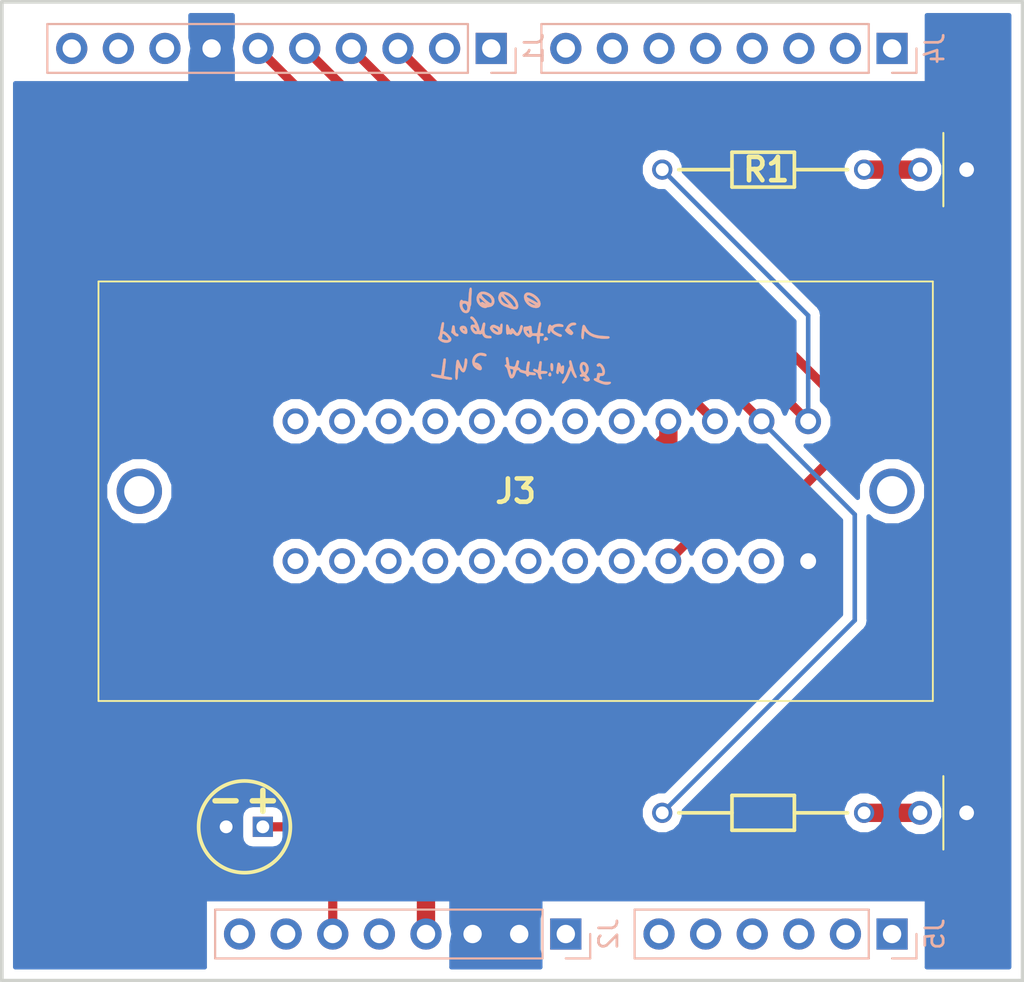
<source format=kicad_pcb>
(kicad_pcb (version 20171130) (host pcbnew 5.0.2+dfsg1-1)

  (general
    (thickness 1.6)
    (drawings 6)
    (tracks 33)
    (zones 0)
    (modules 11)
    (nets 53)
  )

  (page A4)
  (layers
    (0 F.Cu signal)
    (31 B.Cu signal)
    (32 B.Adhes user hide)
    (33 F.Adhes user hide)
    (34 B.Paste user hide)
    (35 F.Paste user hide)
    (36 B.SilkS user)
    (37 F.SilkS user)
    (38 B.Mask user hide)
    (39 F.Mask user hide)
    (40 Dwgs.User user hide)
    (41 Cmts.User user hide)
    (42 Eco1.User user hide)
    (43 Eco2.User user hide)
    (44 Edge.Cuts user)
    (45 Margin user hide)
    (46 B.CrtYd user hide)
    (47 F.CrtYd user hide)
    (48 B.Fab user hide)
    (49 F.Fab user hide)
  )

  (setup
    (last_trace_width 0.25)
    (trace_clearance 0.2)
    (zone_clearance 0.508)
    (zone_45_only no)
    (trace_min 0.2)
    (segment_width 0.2)
    (edge_width 0.15)
    (via_size 0.8)
    (via_drill 0.4)
    (via_min_size 0.4)
    (via_min_drill 0.3)
    (uvia_size 0.3)
    (uvia_drill 0.1)
    (uvias_allowed no)
    (uvia_min_size 0.2)
    (uvia_min_drill 0.1)
    (pcb_text_width 0.3)
    (pcb_text_size 1.5 1.5)
    (mod_edge_width 0.15)
    (mod_text_size 1 1)
    (mod_text_width 0.15)
    (pad_size 1.524 1.524)
    (pad_drill 0.762)
    (pad_to_mask_clearance 0.051)
    (solder_mask_min_width 0.25)
    (aux_axis_origin 0 0)
    (visible_elements FFFFFF7F)
    (pcbplotparams
      (layerselection 0x010f0_ffffffff)
      (usegerberextensions false)
      (usegerberattributes false)
      (usegerberadvancedattributes false)
      (creategerberjobfile false)
      (excludeedgelayer true)
      (linewidth 0.100000)
      (plotframeref false)
      (viasonmask false)
      (mode 1)
      (useauxorigin false)
      (hpglpennumber 1)
      (hpglpenspeed 20)
      (hpglpendiameter 15.000000)
      (psnegative false)
      (psa4output false)
      (plotreference true)
      (plotvalue true)
      (plotinvisibletext false)
      (padsonsilk false)
      (subtractmaskfromsilk false)
      (outputformat 1)
      (mirror false)
      (drillshape 0)
      (scaleselection 1)
      (outputdirectory "output"))
  )

  (net 0 "")
  (net 1 "Net-(J1-Pad1)")
  (net 2 "Net-(J1-Pad2)")
  (net 3 "Net-(J1-Pad3)")
  (net 4 "Net-(J1-Pad4)")
  (net 5 "Net-(J1-Pad5)")
  (net 6 "Net-(J1-Pad6)")
  (net 7 "Net-(J1-Pad8)")
  (net 8 "Net-(J1-Pad9)")
  (net 9 "Net-(J1-Pad10)")
  (net 10 "Net-(J2-Pad1)")
  (net 11 GND)
  (net 12 +5V)
  (net 13 "Net-(J2-Pad5)")
  (net 14 "Net-(J2-Pad7)")
  (net 15 "Net-(J2-Pad8)")
  (net 16 "Net-(J3-Pad1)")
  (net 17 "Net-(J3-Pad2)")
  (net 18 "Net-(J3-Pad3)")
  (net 19 "Net-(J3-Pad4)")
  (net 20 "Net-(J3-Pad5)")
  (net 21 "Net-(J3-Pad6)")
  (net 22 "Net-(J3-Pad7)")
  (net 23 "Net-(J3-Pad8)")
  (net 24 "Net-(J3-Pad9)")
  (net 25 "Net-(J3-Pad10)")
  (net 26 "Net-(J3-Pad11)")
  (net 27 "Net-(J3-Pad12)")
  (net 28 "Net-(J3-Pad13)")
  (net 29 "Net-(J3-Pad14)")
  (net 30 "Net-(J3-Pad15)")
  (net 31 "Net-(J3-Pad16)")
  (net 32 "Net-(J3-Pad20)")
  (net 33 "Net-(J3-Pad22)")
  (net 34 "Net-(J3-PadMH1)")
  (net 35 "Net-(J3-PadMH2)")
  (net 36 "Net-(J4-Pad1)")
  (net 37 "Net-(J4-Pad2)")
  (net 38 "Net-(J4-Pad3)")
  (net 39 "Net-(J4-Pad4)")
  (net 40 "Net-(J4-Pad5)")
  (net 41 "Net-(J4-Pad6)")
  (net 42 "Net-(J4-Pad7)")
  (net 43 "Net-(J4-Pad8)")
  (net 44 "Net-(J5-Pad1)")
  (net 45 "Net-(J5-Pad2)")
  (net 46 "Net-(J5-Pad3)")
  (net 47 "Net-(J5-Pad4)")
  (net 48 "Net-(J5-Pad5)")
  (net 49 "Net-(J5-Pad6)")
  (net 50 "Net-(D1-Pad2)")
  (net 51 "Net-(D2-Pad2)")
  (net 52 "Net-(C1-Pad1)")

  (net_class Default "This is the default net class."
    (clearance 0.2)
    (trace_width 0.25)
    (via_dia 0.8)
    (via_drill 0.4)
    (uvia_dia 0.3)
    (uvia_drill 0.1)
    (add_net +5V)
    (add_net GND)
    (add_net "Net-(C1-Pad1)")
    (add_net "Net-(D1-Pad2)")
    (add_net "Net-(D2-Pad2)")
    (add_net "Net-(J1-Pad1)")
    (add_net "Net-(J1-Pad10)")
    (add_net "Net-(J1-Pad2)")
    (add_net "Net-(J1-Pad3)")
    (add_net "Net-(J1-Pad4)")
    (add_net "Net-(J1-Pad5)")
    (add_net "Net-(J1-Pad6)")
    (add_net "Net-(J1-Pad8)")
    (add_net "Net-(J1-Pad9)")
    (add_net "Net-(J2-Pad1)")
    (add_net "Net-(J2-Pad5)")
    (add_net "Net-(J2-Pad7)")
    (add_net "Net-(J2-Pad8)")
    (add_net "Net-(J3-Pad1)")
    (add_net "Net-(J3-Pad10)")
    (add_net "Net-(J3-Pad11)")
    (add_net "Net-(J3-Pad12)")
    (add_net "Net-(J3-Pad13)")
    (add_net "Net-(J3-Pad14)")
    (add_net "Net-(J3-Pad15)")
    (add_net "Net-(J3-Pad16)")
    (add_net "Net-(J3-Pad2)")
    (add_net "Net-(J3-Pad20)")
    (add_net "Net-(J3-Pad22)")
    (add_net "Net-(J3-Pad3)")
    (add_net "Net-(J3-Pad4)")
    (add_net "Net-(J3-Pad5)")
    (add_net "Net-(J3-Pad6)")
    (add_net "Net-(J3-Pad7)")
    (add_net "Net-(J3-Pad8)")
    (add_net "Net-(J3-Pad9)")
    (add_net "Net-(J3-PadMH1)")
    (add_net "Net-(J3-PadMH2)")
    (add_net "Net-(J4-Pad1)")
    (add_net "Net-(J4-Pad2)")
    (add_net "Net-(J4-Pad3)")
    (add_net "Net-(J4-Pad4)")
    (add_net "Net-(J4-Pad5)")
    (add_net "Net-(J4-Pad6)")
    (add_net "Net-(J4-Pad7)")
    (add_net "Net-(J4-Pad8)")
    (add_net "Net-(J5-Pad1)")
    (add_net "Net-(J5-Pad2)")
    (add_net "Net-(J5-Pad3)")
    (add_net "Net-(J5-Pad4)")
    (add_net "Net-(J5-Pad5)")
    (add_net "Net-(J5-Pad6)")
  )

  (module library:one (layer B.Cu) (tedit 0) (tstamp 60343B58)
    (at 143.51 78.994)
    (fp_text reference G*** (at 0 0) (layer B.SilkS) hide
      (effects (font (size 1.524 1.524) (thickness 0.3)) (justify mirror))
    )
    (fp_text value LOGO (at 0.75 0) (layer B.SilkS) hide
      (effects (font (size 1.524 1.524) (thickness 0.3)) (justify mirror))
    )
    (fp_poly (pts (xy 0.709887 2.363207) (xy 0.729941 2.318787) (xy 0.732085 2.303515) (xy 0.725968 2.234699)
      (xy 0.697806 2.18045) (xy 0.657875 2.159) (xy 0.630106 2.178128) (xy 0.593441 2.224217)
      (xy 0.592883 2.225066) (xy 0.567466 2.29429) (xy 0.585356 2.347053) (xy 0.641945 2.373532)
      (xy 0.663168 2.3749) (xy 0.709887 2.363207)) (layer B.SilkS) (width 0.01))
    (fp_poly (pts (xy 3.8735 2.81478) (xy 3.94956 2.778793) (xy 3.981616 2.733445) (xy 3.982857 2.726868)
      (xy 3.983682 2.699669) (xy 3.969864 2.683711) (xy 3.931393 2.676294) (xy 3.858259 2.674717)
      (xy 3.792357 2.675468) (xy 3.668065 2.67298) (xy 3.57262 2.658745) (xy 3.484736 2.629209)
      (xy 3.465643 2.620907) (xy 3.337186 2.563355) (xy 3.362163 2.4557) (xy 3.380525 2.388891)
      (xy 3.403073 2.359504) (xy 3.443429 2.355043) (xy 3.469082 2.357611) (xy 3.55198 2.347283)
      (xy 3.611744 2.299858) (xy 3.647899 2.22371) (xy 3.659969 2.127209) (xy 3.647477 2.018727)
      (xy 3.609948 1.906635) (xy 3.546907 1.799304) (xy 3.503731 1.747992) (xy 3.420167 1.677184)
      (xy 3.346953 1.654043) (xy 3.279405 1.677711) (xy 3.2512 1.7018) (xy 3.208607 1.754471)
      (xy 3.207738 1.794409) (xy 3.240562 1.830512) (xy 3.285277 1.850696) (xy 3.328159 1.834221)
      (xy 3.365675 1.820304) (xy 3.39845 1.840091) (xy 3.42507 1.874082) (xy 3.462115 1.940792)
      (xy 3.493993 2.022963) (xy 3.515662 2.103539) (xy 3.52208 2.165464) (xy 3.517151 2.185611)
      (xy 3.482925 2.19843) (xy 3.412424 2.198365) (xy 3.377577 2.194621) (xy 3.308521 2.187986)
      (xy 3.265588 2.196654) (xy 3.241278 2.229811) (xy 3.228089 2.29664) (xy 3.219956 2.3876)
      (xy 3.210537 2.447534) (xy 3.185482 2.472041) (xy 3.1369 2.4765) (xy 3.079483 2.485476)
      (xy 3.055327 2.519418) (xy 3.05254 2.533981) (xy 3.05432 2.563802) (xy 3.074457 2.591283)
      (xy 3.121082 2.622542) (xy 3.202322 2.663699) (xy 3.261651 2.691367) (xy 3.461713 2.773451)
      (xy 3.629609 2.820295) (xy 3.769027 2.832643) (xy 3.8735 2.81478)) (layer B.SilkS) (width 0.01))
    (fp_poly (pts (xy 0.800835 2.091704) (xy 0.820435 2.060311) (xy 0.833345 1.993976) (xy 0.839305 1.908149)
      (xy 0.838056 1.818278) (xy 0.829338 1.739813) (xy 0.812893 1.688202) (xy 0.80772 1.68148)
      (xy 0.754931 1.652686) (xy 0.706439 1.664548) (xy 0.702733 1.667934) (xy 0.694174 1.700202)
      (xy 0.688086 1.768412) (xy 0.6858 1.85662) (xy 0.694532 1.980837) (xy 0.720153 2.061165)
      (xy 0.761801 2.095842) (xy 0.800835 2.091704)) (layer B.SilkS) (width 0.01))
    (fp_poly (pts (xy 1.383736 2.232852) (xy 1.384252 2.232324) (xy 1.400224 2.192212) (xy 1.413854 2.116236)
      (xy 1.423694 2.019323) (xy 1.428297 1.9164) (xy 1.426216 1.822394) (xy 1.425217 1.80975)
      (xy 1.403685 1.782713) (xy 1.360184 1.780818) (xy 1.315627 1.80197) (xy 1.29837 1.82245)
      (xy 1.277134 1.851177) (xy 1.264325 1.834916) (xy 1.262474 1.8288) (xy 1.233117 1.731784)
      (xy 1.210009 1.673607) (xy 1.187267 1.643778) (xy 1.159004 1.631809) (xy 1.151235 1.630498)
      (xy 1.102604 1.632552) (xy 1.08448 1.643198) (xy 1.075271 1.676497) (xy 1.061963 1.746645)
      (xy 1.047052 1.840123) (xy 1.043176 1.8669) (xy 1.028128 1.96984) (xy 1.01434 2.0585)
      (xy 1.004374 2.116529) (xy 1.003039 2.123144) (xy 1.006577 2.185929) (xy 1.03723 2.233367)
      (xy 1.083107 2.250197) (xy 1.09922 2.246565) (xy 1.134548 2.207532) (xy 1.143 2.156283)
      (xy 1.149885 2.098192) (xy 1.170665 2.088816) (xy 1.205522 2.128164) (xy 1.224621 2.159602)
      (xy 1.278961 2.229948) (xy 1.333701 2.25514) (xy 1.383736 2.232852)) (layer B.SilkS) (width 0.01))
    (fp_poly (pts (xy 2.706359 2.658375) (xy 2.756864 2.638875) (xy 2.816877 2.59835) (xy 2.834978 2.549997)
      (xy 2.810813 2.487399) (xy 2.744027 2.40414) (xy 2.7439 2.404002) (xy 2.639738 2.291)
      (xy 2.704169 2.196056) (xy 2.754937 2.088007) (xy 2.771775 1.973156) (xy 2.758852 1.859872)
      (xy 2.720334 1.756526) (xy 2.660391 1.671488) (xy 2.583191 1.613128) (xy 2.4929 1.589815)
      (xy 2.409207 1.603724) (xy 2.344934 1.652185) (xy 2.302148 1.735833) (xy 2.282533 1.843074)
      (xy 2.282672 1.846256) (xy 2.422735 1.846256) (xy 2.434259 1.789646) (xy 2.46222 1.741012)
      (xy 2.492109 1.73274) (xy 2.53735 1.764041) (xy 2.557412 1.782428) (xy 2.598038 1.85011)
      (xy 2.61677 1.942846) (xy 2.612203 2.039209) (xy 2.582936 2.117769) (xy 2.57967 2.122396)
      (xy 2.550474 2.156356) (xy 2.528394 2.150016) (xy 2.50521 2.1209) (xy 2.459755 2.037006)
      (xy 2.430829 1.938761) (xy 2.422735 1.846256) (xy 2.282672 1.846256) (xy 2.287775 1.962312)
      (xy 2.319558 2.081955) (xy 2.334683 2.116528) (xy 2.370126 2.191896) (xy 2.383464 2.233794)
      (xy 2.374868 2.254409) (xy 2.344508 2.265927) (xy 2.3368 2.26796) (xy 2.29386 2.298368)
      (xy 2.291212 2.345617) (xy 2.319727 2.383971) (xy 2.377126 2.399227) (xy 2.431631 2.389542)
      (xy 2.487592 2.37992) (xy 2.531327 2.395934) (xy 2.582054 2.442604) (xy 2.6543 2.518088)
      (xy 2.588679 2.493181) (xy 2.519154 2.481597) (xy 2.475922 2.504189) (xy 2.467928 2.555744)
      (xy 2.499194 2.597782) (xy 2.56938 2.635349) (xy 2.579652 2.639069) (xy 2.65299 2.65983)
      (xy 2.706359 2.658375)) (layer B.SilkS) (width 0.01))
    (fp_poly (pts (xy 0.204868 2.523208) (xy 0.217968 2.475233) (xy 0.19212 2.399675) (xy 0.191578 2.39863)
      (xy 0.156077 2.31974) (xy 0.153323 2.270882) (xy 0.188459 2.245213) (xy 0.266627 2.235889)
      (xy 0.314389 2.2352) (xy 0.422824 2.229733) (xy 0.487954 2.212492) (xy 0.508 2.1971)
      (xy 0.527713 2.149169) (xy 0.500505 2.112948) (xy 0.429277 2.090233) (xy 0.323362 2.0828)
      (xy 0.170345 2.0828) (xy 0.189801 1.88595) (xy 0.202638 1.753316) (xy 0.209774 1.662856)
      (xy 0.21056 1.606198) (xy 0.204345 1.574968) (xy 0.190478 1.560792) (xy 0.168308 1.555297)
      (xy 0.164054 1.554679) (xy 0.114459 1.555596) (xy 0.095949 1.563518) (xy 0.085374 1.594423)
      (xy 0.070832 1.663355) (xy 0.054784 1.757947) (xy 0.047686 1.805889) (xy 0.031317 1.905642)
      (xy 0.014354 1.98291) (xy -0.00052 2.026419) (xy -0.00612 2.032) (xy -0.041759 2.021248)
      (xy -0.099297 1.99506) (xy -0.105154 1.992063) (xy -0.18292 1.965397) (xy -0.233872 1.977496)
      (xy -0.253862 2.027209) (xy -0.254 2.033388) (xy -0.240024 2.073351) (xy -0.192058 2.110126)
      (xy -0.129272 2.139867) (xy -0.055871 2.173883) (xy -0.016356 2.20667) (xy 0.003019 2.25465)
      (xy 0.012407 2.309132) (xy 0.040647 2.425673) (xy 0.084245 2.503997) (xy 0.139915 2.538739)
      (xy 0.153782 2.54) (xy 0.204868 2.523208)) (layer B.SilkS) (width 0.01))
    (fp_poly (pts (xy 1.427371 2.745193) (xy 1.492199 2.679241) (xy 1.562474 2.57715) (xy 1.634129 2.445324)
      (xy 1.703095 2.29017) (xy 1.742711 2.185086) (xy 1.775042 2.100128) (xy 1.797144 2.060078)
      (xy 1.811716 2.060717) (xy 1.815852 2.070786) (xy 1.847532 2.155057) (xy 1.891714 2.247731)
      (xy 1.941247 2.336455) (xy 1.988983 2.408875) (xy 2.02777 2.452642) (xy 2.041047 2.459833)
      (xy 2.097437 2.458762) (xy 2.119135 2.426696) (xy 2.106373 2.361363) (xy 2.061155 2.263801)
      (xy 2.020383 2.17402) (xy 1.975009 2.053081) (xy 1.931604 1.91938) (xy 1.907051 1.832407)
      (xy 1.876296 1.718224) (xy 1.848741 1.621459) (xy 1.82763 1.553163) (xy 1.816972 1.525412)
      (xy 1.777729 1.5) (xy 1.732248 1.510877) (xy 1.709958 1.539377) (xy 1.706424 1.586498)
      (xy 1.714712 1.661655) (xy 1.72415 1.709428) (xy 1.739771 1.78838) (xy 1.739654 1.832541)
      (xy 1.723209 1.855607) (xy 1.717714 1.859004) (xy 1.693249 1.891922) (xy 1.662068 1.960136)
      (xy 1.630364 2.049812) (xy 1.626143 2.063603) (xy 1.577978 2.198838) (xy 1.5135 2.345394)
      (xy 1.441443 2.485484) (xy 1.370542 2.601319) (xy 1.344937 2.636274) (xy 1.313813 2.697902)
      (xy 1.320521 2.745751) (xy 1.362669 2.768155) (xy 1.372059 2.7686) (xy 1.427371 2.745193)) (layer B.SilkS) (width 0.01))
    (fp_poly (pts (xy -4.404312 2.55213) (xy -4.384522 2.526627) (xy -4.370528 2.473939) (xy -4.360873 2.385859)
      (xy -4.354841 2.273331) (xy -4.34886 2.156306) (xy -4.341176 2.051077) (xy -4.333011 1.972896)
      (xy -4.328712 1.946746) (xy -4.318798 1.907977) (xy -4.307002 1.898615) (xy -4.286024 1.923269)
      (xy -4.248562 1.98655) (xy -4.238904 2.003451) (xy -4.172716 2.095278) (xy -4.104107 2.147938)
      (xy -4.039458 2.157349) (xy -4.014463 2.147081) (xy -3.969383 2.093665) (xy -3.926168 1.991145)
      (xy -3.885469 1.841201) (xy -3.872618 1.781184) (xy -3.846907 1.618616) (xy -3.844782 1.500729)
      (xy -3.866285 1.42719) (xy -3.91146 1.397667) (xy -3.921785 1.397) (xy -3.952421 1.400882)
      (xy -3.971538 1.4197) (xy -3.983444 1.46422) (xy -3.992444 1.545203) (xy -3.99546 1.58115)
      (xy -4.00842 1.693176) (xy -4.027386 1.803125) (xy -4.046132 1.8796) (xy -4.081811 1.9939)
      (xy -4.183606 1.786788) (xy -4.230929 1.687725) (xy -4.270177 1.600452) (xy -4.295175 1.538904)
      (xy -4.299848 1.524429) (xy -4.326693 1.482184) (xy -4.373186 1.477541) (xy -4.399282 1.484402)
      (xy -4.417865 1.502254) (xy -4.431728 1.540113) (xy -4.443663 1.606991) (xy -4.456461 1.711904)
      (xy -4.462313 1.7653) (xy -4.476143 1.912665) (xy -4.487843 2.073232) (xy -4.49567 2.221426)
      (xy -4.497552 2.281354) (xy -4.496698 2.417879) (xy -4.486452 2.508087) (xy -4.465492 2.555817)
      (xy -4.432497 2.564907) (xy -4.404312 2.55213)) (layer B.SilkS) (width 0.01))
    (fp_poly (pts (xy -4.710928 2.555121) (xy -4.686718 2.541639) (xy -4.676007 2.520178) (xy -4.6736 2.491149)
      (xy -4.686772 2.45403) (xy -4.733972 2.432061) (xy -4.76885 2.425075) (xy -4.917776 2.399426)
      (xy -5.021925 2.378267) (xy -5.08696 2.360033) (xy -5.118541 2.343162) (xy -5.122824 2.327249)
      (xy -5.11228 2.283088) (xy -5.0983 2.20129) (xy -5.08216 2.092227) (xy -5.065141 1.966273)
      (xy -5.048521 1.833802) (xy -5.033581 1.705186) (xy -5.021597 1.590798) (xy -5.013851 1.501013)
      (xy -5.011621 1.446204) (xy -5.012856 1.435439) (xy -5.04496 1.405578) (xy -5.093429 1.398211)
      (xy -5.133328 1.414634) (xy -5.141477 1.42875) (xy -5.147749 1.463562) (xy -5.159309 1.539621)
      (xy -5.174839 1.647807) (xy -5.193022 1.779) (xy -5.206617 1.8796) (xy -5.22578 2.019866)
      (xy -5.24322 2.141953) (xy -5.257641 2.23721) (xy -5.267746 2.296984) (xy -5.271623 2.313199)
      (xy -5.299462 2.315816) (xy -5.366325 2.309217) (xy -5.461602 2.295007) (xy -5.574685 2.274786)
      (xy -5.694963 2.25016) (xy -5.708259 2.247232) (xy -5.76925 2.240172) (xy -5.799873 2.257856)
      (xy -5.806983 2.272173) (xy -5.810917 2.314227) (xy -5.7844 2.350327) (xy -5.722677 2.382771)
      (xy -5.620995 2.413862) (xy -5.474598 2.445899) (xy -5.430522 2.454313) (xy -5.216247 2.49401)
      (xy -5.046634 2.524211) (xy -4.91649 2.54517) (xy -4.82062 2.55714) (xy -4.753831 2.560373)
      (xy -4.710928 2.555121)) (layer B.SilkS) (width 0.01))
    (fp_poly (pts (xy -1.369073 2.473276) (xy -1.311652 2.421943) (xy -1.260023 2.329861) (xy -1.216362 2.211961)
      (xy -1.184935 2.119353) (xy -1.160111 2.065367) (xy -1.134631 2.03975) (xy -1.101238 2.03225)
      (xy -1.088968 2.032) (xy -1.03417 2.043317) (xy -1.012187 2.084265) (xy -1.011417 2.08915)
      (xy -0.99928 2.12135) (xy -0.966575 2.146722) (xy -0.902877 2.170991) (xy -0.820524 2.194003)
      (xy -0.725735 2.220512) (xy -0.669773 2.24288) (xy -0.641792 2.267613) (xy -0.630946 2.301219)
      (xy -0.630024 2.308303) (xy -0.607073 2.360559) (xy -0.564697 2.386118) (xy -0.520248 2.380962)
      (xy -0.49108 2.341075) (xy -0.490927 2.340499) (xy -0.479478 2.313846) (xy -0.454946 2.300196)
      (xy -0.405439 2.297245) (xy -0.319064 2.302684) (xy -0.302877 2.304024) (xy -0.208115 2.310108)
      (xy -0.152051 2.307466) (xy -0.123077 2.294431) (xy -0.112056 2.276611) (xy -0.110882 2.222298)
      (xy -0.155932 2.183642) (xy -0.24827 2.159972) (xy -0.305792 2.154011) (xy -0.39068 2.144405)
      (xy -0.454815 2.130785) (xy -0.479955 2.119252) (xy -0.488972 2.079013) (xy -0.486216 1.993256)
      (xy -0.472002 1.865804) (xy -0.446646 1.700478) (xy -0.444274 1.686485) (xy -0.43654 1.616895)
      (xy -0.446701 1.580723) (xy -0.470471 1.565396) (xy -0.523954 1.564043) (xy -0.546905 1.575468)
      (xy -0.568029 1.614482) (xy -0.59041 1.689347) (xy -0.611001 1.785296) (xy -0.626754 1.887563)
      (xy -0.634622 1.981382) (xy -0.635 2.002331) (xy -0.63888 2.05732) (xy -0.658694 2.078873)
      (xy -0.706701 2.072986) (xy -0.75186 2.0595) (xy -0.832706 2.036335) (xy -0.89535 2.020917)
      (xy -0.946106 1.997811) (xy -0.9652 1.967388) (xy -0.986434 1.930834) (xy -1.0287 1.905)
      (xy -1.067115 1.889077) (xy -1.085683 1.870054) (xy -1.08582 1.835377) (xy -1.068941 1.772495)
      (xy -1.050328 1.713131) (xy -1.029534 1.631418) (xy -1.021333 1.565009) (xy -1.024131 1.539449)
      (xy -1.056279 1.508253) (xy -1.10444 1.499572) (xy -1.144409 1.51511) (xy -1.153244 1.53035)
      (xy -1.190526 1.665911) (xy -1.219921 1.759168) (xy -1.247605 1.816634) (xy -1.279751 1.84482)
      (xy -1.322534 1.85024) (xy -1.382128 1.839404) (xy -1.433973 1.826435) (xy -1.54424 1.798669)
      (xy -1.57857 1.566085) (xy -1.596096 1.455591) (xy -1.611484 1.385866) (xy -1.628341 1.347207)
      (xy -1.650269 1.329907) (xy -1.667869 1.32567) (xy -1.720157 1.337042) (xy -1.737419 1.363782)
      (xy -1.741316 1.412761) (xy -1.736352 1.492093) (xy -1.727048 1.562112) (xy -1.71391 1.642721)
      (xy -1.704814 1.699239) (xy -1.701948 1.717888) (xy -1.722644 1.726062) (xy -1.7526 1.73456)
      (xy -1.795562 1.763226) (xy -1.79685 1.807888) (xy -1.757365 1.85683) (xy -1.742361 1.867624)
      (xy -1.703202 1.906748) (xy -1.677073 1.961908) (xy -1.518134 1.961908) (xy -1.488742 1.963907)
      (xy -1.486754 1.964658) (xy -1.433462 1.979373) (xy -1.413973 1.981589) (xy -1.360835 1.991712)
      (xy -1.336851 2.025508) (xy -1.339716 2.090807) (xy -1.359001 2.168287) (xy -1.384233 2.242462)
      (xy -1.40746 2.289586) (xy -1.421174 2.299459) (xy -1.438643 2.269288) (xy -1.460225 2.206656)
      (xy -1.471225 2.165782) (xy -1.491883 2.083647) (xy -1.509813 2.015953) (xy -1.51538 1.996408)
      (xy -1.518134 1.961908) (xy -1.677073 1.961908) (xy -1.671813 1.97301) (xy -1.642904 2.077816)
      (xy -1.640959 2.08635) (xy -1.6126 2.196064) (xy -1.578936 2.303815) (xy -1.551027 2.37714)
      (xy -1.513976 2.448159) (xy -1.477785 2.481612) (xy -1.436529 2.489201) (xy -1.369073 2.473276)) (layer B.SilkS) (width 0.01))
    (fp_poly (pts (xy -3.09822 2.03169) (xy -3.056223 1.985601) (xy -3.050174 1.919908) (xy -3.074423 1.844164)
      (xy -3.123315 1.767916) (xy -3.191199 1.700716) (xy -3.27242 1.652113) (xy -3.333386 1.634397)
      (xy -3.434696 1.618197) (xy -3.42123 1.517802) (xy -3.381323 1.402628) (xy -3.299486 1.308483)
      (xy -3.209374 1.254782) (xy -3.151559 1.23621) (xy -3.092061 1.235228) (xy -3.009372 1.25191)
      (xy -2.995278 1.255514) (xy -2.893033 1.276671) (xy -2.830037 1.274856) (xy -2.79957 1.248723)
      (xy -2.794 1.215187) (xy -2.817131 1.168072) (xy -2.878715 1.130945) (xy -2.967039 1.105793)
      (xy -3.07039 1.094602) (xy -3.177056 1.099356) (xy -3.275324 1.122041) (xy -3.295776 1.130121)
      (xy -3.416468 1.208199) (xy -3.506459 1.31802) (xy -3.561756 1.448608) (xy -3.578363 1.588987)
      (xy -3.552285 1.728179) (xy -3.531176 1.776873) (xy -3.525341 1.785188) (xy -3.350684 1.785188)
      (xy -3.342335 1.778345) (xy -3.334744 1.778) (xy -3.299352 1.795995) (xy -3.273361 1.82245)
      (xy -3.251717 1.852158) (xy -3.263718 1.847986) (xy -3.2893 1.829638) (xy -3.33212 1.798437)
      (xy -3.350684 1.785188) (xy -3.525341 1.785188) (xy -3.471367 1.862099) (xy -3.38914 1.938125)
      (xy -3.296386 1.997953) (xy -3.204996 2.034584) (xy -3.12686 2.041021) (xy -3.09822 2.03169)) (layer B.SilkS) (width 0.01))
    (fp_poly (pts (xy 0.478775 0.416818) (xy 0.533083 0.388592) (xy 0.558535 0.35036) (xy 0.5588 0.345944)
      (xy 0.538126 0.299017) (xy 0.489899 0.254206) (xy 0.434811 0.229536) (xy 0.424102 0.2286)
      (xy 0.384016 0.249306) (xy 0.347037 0.29845) (xy 0.325286 0.357846) (xy 0.323101 0.40005)
      (xy 0.355746 0.426688) (xy 0.41365 0.430897) (xy 0.478775 0.416818)) (layer B.SilkS) (width 0.01))
    (fp_poly (pts (xy -3.898998 0.06469) (xy -3.873171 0.050527) (xy -3.843033 -0.00415) (xy -3.837078 -0.085664)
      (xy -3.851954 -0.178159) (xy -3.884309 -0.265782) (xy -3.930793 -0.332677) (xy -3.95858 -0.353555)
      (xy -4.047288 -0.381016) (xy -4.136619 -0.376751) (xy -4.20857 -0.343081) (xy -4.230803 -0.318465)
      (xy -4.256287 -0.26548) (xy -4.25485 -0.216123) (xy -4.101733 -0.216123) (xy -4.083277 -0.228024)
      (xy -4.066933 -0.2286) (xy -4.019109 -0.210002) (xy -4.003218 -0.188422) (xy -3.99182 -0.131962)
      (xy -4.008146 -0.111359) (xy -4.042797 -0.127795) (xy -4.083812 -0.17829) (xy -4.101733 -0.216123)
      (xy -4.25485 -0.216123) (xy -4.254668 -0.209893) (xy -4.242027 -0.165785) (xy -4.19841 -0.085509)
      (xy -4.130312 -0.015295) (xy -4.049719 0.03783) (xy -3.968619 0.066834) (xy -3.898998 0.06469)) (layer B.SilkS) (width 0.01))
    (fp_poly (pts (xy -4.343895 0.179068) (xy -4.322117 0.137576) (xy -4.32287 0.118469) (xy -4.352267 0.068729)
      (xy -4.386006 0.055626) (xy -4.442177 0.035789) (xy -4.480495 -0.010217) (xy -4.505029 -0.090526)
      (xy -4.519725 -0.211675) (xy -4.528649 -0.306895) (xy -4.539759 -0.362651) (xy -4.557299 -0.390237)
      (xy -4.58551 -0.400948) (xy -4.591164 -0.401831) (xy -4.639912 -0.395495) (xy -4.658896 -0.376431)
      (xy -4.66867 -0.331892) (xy -4.680845 -0.259626) (xy -4.685397 -0.2286) (xy -4.698533 -0.144688)
      (xy -4.711939 -0.073443) (xy -4.715609 -0.057386) (xy -4.713452 -0.005543) (xy -4.682645 0.017464)
      (xy -4.63248 0.050236) (xy -4.587715 0.095797) (xy -4.526672 0.151996) (xy -4.457881 0.185275)
      (xy -4.393053 0.194633) (xy -4.343895 0.179068)) (layer B.SilkS) (width 0.01))
    (fp_poly (pts (xy 2.488018 0.330129) (xy 2.503977 0.275638) (xy 2.508187 0.228381) (xy 2.515813 0.127042)
      (xy 2.526517 0.024039) (xy 2.528591 0.007704) (xy 2.542706 -0.098893) (xy 2.642215 0.000616)
      (xy 2.805274 0.129041) (xy 3.005107 0.22737) (xy 3.236257 0.293741) (xy 3.493268 0.326295)
      (xy 3.6068 0.329436) (xy 3.740861 0.32702) (xy 3.831091 0.318416) (xy 3.884288 0.30156)
      (xy 3.907252 0.274392) (xy 3.907474 0.238257) (xy 3.899069 0.218388) (xy 3.877226 0.204038)
      (xy 3.833741 0.193669) (xy 3.760407 0.185743) (xy 3.649021 0.17872) (xy 3.568425 0.174678)
      (xy 3.312657 0.150404) (xy 3.099388 0.103028) (xy 2.92497 0.030688) (xy 2.785756 -0.068476)
      (xy 2.678097 -0.196325) (xy 2.616312 -0.31115) (xy 2.568384 -0.392847) (xy 2.518601 -0.43126)
      (xy 2.472003 -0.424185) (xy 2.441988 -0.38735) (xy 2.429687 -0.344993) (xy 2.414483 -0.264358)
      (xy 2.398462 -0.157723) (xy 2.385972 -0.057687) (xy 2.371362 0.108134) (xy 2.37105 0.228424)
      (xy 2.385634 0.30657) (xy 2.415706 0.345956) (xy 2.457729 0.35084) (xy 2.488018 0.330129)) (layer B.SilkS) (width 0.01))
    (fp_poly (pts (xy -1.03216 0.144746) (xy -0.959274 0.067561) (xy -0.895202 -0.054651) (xy -0.849631 -0.191684)
      (xy -0.8266 -0.281621) (xy -0.81795 -0.336593) (xy -0.823408 -0.370277) (xy -0.842701 -0.39635)
      (xy -0.845499 -0.399184) (xy -0.892418 -0.422648) (xy -0.933952 -0.398822) (xy -0.96609 -0.331201)
      (xy -0.976886 -0.284845) (xy -0.999327 -0.198596) (xy -1.032999 -0.111164) (xy -1.071296 -0.036021)
      (xy -1.107615 0.01336) (xy -1.12897 0.0254) (xy -1.158563 0.005645) (xy -1.20448 -0.04601)
      (xy -1.253964 -0.1143) (xy -1.322366 -0.201657) (xy -1.38274 -0.248678) (xy -1.430827 -0.253575)
      (xy -1.462369 -0.214563) (xy -1.465841 -0.2032) (xy -1.482322 -0.161917) (xy -1.501854 -0.161587)
      (xy -1.527287 -0.20501) (xy -1.561474 -0.294989) (xy -1.562615 -0.298292) (xy -1.604932 -0.395131)
      (xy -1.648396 -0.446713) (xy -1.690629 -0.451064) (xy -1.717073 -0.426539) (xy -1.726452 -0.387883)
      (xy -1.732088 -0.311785) (xy -1.733247 -0.211516) (xy -1.731946 -0.157246) (xy -1.723817 -0.028252)
      (xy -1.708572 0.054933) (xy -1.683509 0.097109) (xy -1.645929 0.103074) (xy -1.598013 0.080729)
      (xy -1.552203 0.066217) (xy -1.536379 0.076721) (xy -1.496672 0.100297) (xy -1.442421 0.093127)
      (xy -1.396441 0.058885) (xy -1.39286 0.05361) (xy -1.372047 0.027297) (xy -1.349239 0.028068)
      (xy -1.311906 0.060217) (xy -1.281696 0.09171) (xy -1.195571 0.158264) (xy -1.111659 0.175462)
      (xy -1.03216 0.144746)) (layer B.SilkS) (width 0.01))
    (fp_poly (pts (xy 1.269155 0.213462) (xy 1.286841 0.197244) (xy 1.314461 0.158047) (xy 1.30174 0.122197)
      (xy 1.296457 0.115575) (xy 1.255224 0.082706) (xy 1.232846 0.0762) (xy 1.178355 0.06259)
      (xy 1.100501 0.027594) (xy 1.014302 -0.020031) (xy 0.934775 -0.07153) (xy 0.876937 -0.118148)
      (xy 0.857695 -0.142516) (xy 0.849683 -0.209092) (xy 0.884077 -0.266006) (xy 0.952783 -0.309145)
      (xy 1.047712 -0.334397) (xy 1.160771 -0.337649) (xy 1.224854 -0.329127) (xy 1.316495 -0.31573)
      (xy 1.369309 -0.320862) (xy 1.392836 -0.347516) (xy 1.397 -0.383127) (xy 1.374126 -0.427899)
      (xy 1.313019 -0.460426) (xy 1.22495 -0.479865) (xy 1.121189 -0.48537) (xy 1.013009 -0.476097)
      (xy 0.91168 -0.451201) (xy 0.8509 -0.424048) (xy 0.788127 -0.389871) (xy 0.752746 -0.380039)
      (xy 0.728 -0.39376) (xy 0.707761 -0.417292) (xy 0.662916 -0.448713) (xy 0.621614 -0.430858)
      (xy 0.585406 -0.36521) (xy 0.560549 -0.276491) (xy 0.537232 -0.134758) (xy 0.536481 -0.033819)
      (xy 0.558206 0.024345) (xy 0.574719 0.035821) (xy 0.629862 0.034785) (xy 0.67062 -0.006068)
      (xy 0.685894 -0.07296) (xy 0.685989 -0.1397) (xy 0.735103 -0.059153) (xy 0.806793 0.020827)
      (xy 0.920182 0.099846) (xy 1.066399 0.172117) (xy 1.124715 0.195126) (xy 1.197463 0.220181)
      (xy 1.240005 0.22622) (xy 1.269155 0.213462)) (layer B.SilkS) (width 0.01))
    (fp_poly (pts (xy -2.11042 0.098784) (xy -2.074123 0.08908) (xy -2.020456 0.068875) (xy -1.982645 0.039463)
      (xy -1.957395 -0.007889) (xy -1.94141 -0.081911) (xy -1.931396 -0.191335) (xy -1.925727 -0.304139)
      (xy -1.923164 -0.403023) (xy -1.92709 -0.461965) (xy -1.93937 -0.49161) (xy -1.960437 -0.502328)
      (xy -2.00474 -0.489536) (xy -2.030287 -0.460402) (xy -2.051642 -0.394701) (xy -2.0574 -0.34284)
      (xy -2.0574 -0.27594) (xy -2.131172 -0.32847) (xy -2.191562 -0.36407) (xy -2.24043 -0.380814)
      (xy -2.243972 -0.381) (xy -2.288254 -0.395566) (xy -2.2987 -0.4064) (xy -2.332068 -0.422762)
      (xy -2.395032 -0.431399) (xy -2.412656 -0.4318) (xy -2.492401 -0.421282) (xy -2.548484 -0.382621)
      (xy -2.563557 -0.364874) (xy -2.601605 -0.310985) (xy -2.612786 -0.267398) (xy -2.612618 -0.266775)
      (xy -2.45995 -0.266775) (xy -2.43528 -0.280516) (xy -2.368975 -0.266376) (xy -2.302719 -0.241341)
      (xy -2.212952 -0.184429) (xy -2.165357 -0.109118) (xy -2.159 -0.065798) (xy -2.176232 -0.042617)
      (xy -2.221473 -0.049444) (xy -2.285049 -0.082223) (xy -2.357283 -0.136899) (xy -2.38125 -0.15894)
      (xy -2.442201 -0.225975) (xy -2.45995 -0.266775) (xy -2.612618 -0.266775) (xy -2.598212 -0.213476)
      (xy -2.574526 -0.161154) (xy -2.50332 -0.061185) (xy -2.396898 0.026193) (xy -2.270847 0.088192)
      (xy -2.270434 0.088335) (xy -2.190033 0.106664) (xy -2.11042 0.098784)) (layer B.SilkS) (width 0.01))
    (fp_poly (pts (xy 1.869553 0.106851) (xy 1.909571 0.061056) (xy 1.930123 0.011599) (xy 1.9304 0.006532)
      (xy 1.91306 -0.031431) (xy 1.867956 -0.089366) (xy 1.814883 -0.144791) (xy 1.699367 -0.255475)
      (xy 1.77483 -0.330937) (xy 1.845875 -0.38594) (xy 1.923718 -0.40564) (xy 1.948766 -0.4064)
      (xy 2.038555 -0.417184) (xy 2.085505 -0.448253) (xy 2.087211 -0.497686) (xy 2.080717 -0.511891)
      (xy 2.036401 -0.545571) (xy 1.960695 -0.55794) (xy 1.868581 -0.548422) (xy 1.78944 -0.523072)
      (xy 1.709283 -0.470936) (xy 1.632687 -0.393443) (xy 1.576239 -0.309119) (xy 1.5598 -0.26658)
      (xy 1.534518 -0.214677) (xy 1.509007 -0.193135) (xy 1.477289 -0.165197) (xy 1.48682 -0.11916)
      (xy 1.538702 -0.05185) (xy 1.568978 -0.020796) (xy 1.65651 0.052013) (xy 1.74587 0.104182)
      (xy 1.821256 0.126715) (xy 1.828639 0.127) (xy 1.869553 0.106851)) (layer B.SilkS) (width 0.01))
    (fp_poly (pts (xy 0.058913 0.587868) (xy 0.0635 0.5842) (xy 0.085677 0.547233) (xy 0.097892 0.476634)
      (xy 0.1016 0.36519) (xy 0.1016 0.1778) (xy 0.200482 0.1778) (xy 0.278744 0.167952)
      (xy 0.314936 0.137203) (xy 0.31522 0.136481) (xy 0.31448 0.081368) (xy 0.272858 0.041333)
      (xy 0.199908 0.025411) (xy 0.197706 0.0254) (xy 0.122233 0.0254) (xy 0.138946 -0.10795)
      (xy 0.153856 -0.213485) (xy 0.173075 -0.332659) (xy 0.183227 -0.389854) (xy 0.196975 -0.477031)
      (xy 0.197144 -0.527821) (xy 0.183139 -0.554949) (xy 0.175247 -0.560915) (xy 0.127955 -0.581989)
      (xy 0.093136 -0.565254) (xy 0.079238 -0.549761) (xy 0.066431 -0.515309) (xy 0.048781 -0.443794)
      (xy 0.02877 -0.348421) (xy 0.00888 -0.242397) (xy -0.008409 -0.138927) (xy -0.020614 -0.051218)
      (xy -0.025251 0.00635) (xy -0.048286 0.01688) (xy -0.107435 0.023798) (xy -0.162216 0.0254)
      (xy -0.299032 0.0254) (xy -0.320162 -0.09525) (xy -0.333353 -0.185884) (xy -0.341223 -0.269235)
      (xy -0.342096 -0.2921) (xy -0.350587 -0.347909) (xy -0.384174 -0.371456) (xy -0.41275 -0.376337)
      (xy -0.463253 -0.375709) (xy -0.482756 -0.363637) (xy -0.505563 -0.350568) (xy -0.562994 -0.341603)
      (xy -0.59561 -0.339822) (xy -0.693464 -0.333701) (xy -0.751043 -0.316729) (xy -0.778783 -0.281042)
      (xy -0.787121 -0.218775) (xy -0.7874 -0.195292) (xy -0.772433 -0.088038) (xy -0.768053 -0.076887)
      (xy -0.626456 -0.076887) (xy -0.618563 -0.09105) (xy -0.590512 -0.097016) (xy -0.544941 -0.114812)
      (xy -0.531338 -0.135116) (xy -0.523248 -0.143597) (xy -0.506737 -0.116817) (xy -0.487112 -0.068425)
      (xy -0.469683 -0.01207) (xy -0.459756 0.0386) (xy -0.459033 0.0508) (xy -0.460949 0.084684)
      (xy -0.472892 0.09063) (xy -0.503146 0.065282) (xy -0.553099 0.0127) (xy -0.605738 -0.045539)
      (xy -0.626456 -0.076887) (xy -0.768053 -0.076887) (xy -0.732073 0.0147) (xy -0.673134 0.106658)
      (xy -0.602427 0.181574) (xy -0.526766 0.233186) (xy -0.452964 0.25523) (xy -0.387833 0.241444)
      (xy -0.350497 0.206338) (xy -0.321271 0.178264) (xy -0.275954 0.16728) (xy -0.198841 0.170098)
      (xy -0.183956 0.171469) (xy -0.0508 0.184264) (xy -0.0508 0.368422) (xy -0.043728 0.494181)
      (xy -0.022798 0.573217) (xy 0.011559 0.604717) (xy 0.058913 0.587868)) (layer B.SilkS) (width 0.01))
    (fp_poly (pts (xy -4.862819 0.52782) (xy -4.780342 0.488157) (xy -4.726371 0.428416) (xy -4.709145 0.350451)
      (xy -4.714568 0.31384) (xy -4.743035 0.2569) (xy -4.799105 0.183527) (xy -4.872301 0.103936)
      (xy -4.952147 0.028342) (xy -5.028164 -0.033037) (xy -5.089878 -0.069986) (xy -5.114569 -0.0762)
      (xy -5.174104 -0.0762) (xy -5.136098 -0.289659) (xy -5.120401 -0.392185) (xy -5.111825 -0.478586)
      (xy -5.111648 -0.534412) (xy -5.113649 -0.543659) (xy -5.147463 -0.579439) (xy -5.193072 -0.576104)
      (xy -5.228093 -0.53975) (xy -5.243791 -0.490034) (xy -5.265511 -0.390388) (xy -5.29316 -0.241311)
      (xy -5.326641 -0.043301) (xy -5.349737 0.10034) (xy -5.370724 0.168879) (xy -5.402891 0.216567)
      (xy -5.405378 0.21852) (xy -5.43142 0.264592) (xy -5.424264 0.303459) (xy -5.243962 0.303459)
      (xy -5.236027 0.294342) (xy -5.217097 0.259303) (xy -5.207353 0.195655) (xy -5.207 0.180535)
      (xy -5.198848 0.093296) (xy -5.174541 0.053442) (xy -5.162972 0.0508) (xy -5.138418 0.064752)
      (xy -5.088952 0.099753) (xy -5.067316 0.116011) (xy -4.9941 0.181185) (xy -4.923756 0.257817)
      (xy -4.913218 0.271165) (xy -4.872632 0.338107) (xy -4.873998 0.380152) (xy -4.918941 0.399128)
      (xy -5.00909 0.39686) (xy -5.023691 0.395164) (xy -5.108696 0.378768) (xy -5.180859 0.354639)
      (xy -5.229506 0.327846) (xy -5.243962 0.303459) (xy -5.424264 0.303459) (xy -5.419895 0.327181)
      (xy -5.375491 0.394606) (xy -5.313049 0.448589) (xy -5.198917 0.507788) (xy -5.080344 0.53949)
      (xy -4.965565 0.545549) (xy -4.862819 0.52782)) (layer B.SilkS) (width 0.01))
    (fp_poly (pts (xy -2.561954 0.299388) (xy -2.533993 0.284277) (xy -2.523504 0.265965) (xy -2.527654 0.218149)
      (xy -2.5639 0.179171) (xy -2.614109 0.165465) (xy -2.630322 0.169161) (xy -2.685663 0.170477)
      (xy -2.758918 0.150393) (xy -2.827188 0.117469) (xy -2.867446 0.080516) (xy -2.901598 -0.029829)
      (xy -2.908012 -0.169488) (xy -2.886099 -0.324839) (xy -2.885148 -0.32896) (xy -2.865246 -0.441753)
      (xy -2.869123 -0.514139) (xy -2.897897 -0.551176) (xy -2.935917 -0.5588) (xy -2.971898 -0.542826)
      (xy -3.002209 -0.491061) (xy -3.029489 -0.397735) (xy -3.045489 -0.319456) (xy -3.067945 -0.229315)
      (xy -3.096814 -0.154004) (xy -3.117715 -0.120133) (xy -3.146662 -0.091798) (xy -3.162522 -0.096512)
      (xy -3.174086 -0.141482) (xy -3.179163 -0.170509) (xy -3.212853 -0.313202) (xy -3.262537 -0.453059)
      (xy -3.323875 -0.583825) (xy -3.392525 -0.699244) (xy -3.464144 -0.79306) (xy -3.534391 -0.859019)
      (xy -3.598926 -0.890864) (xy -3.653405 -0.882339) (xy -3.666067 -0.872066) (xy -3.683805 -0.824559)
      (xy -3.665972 -0.774368) (xy -3.630141 -0.748646) (xy -3.587695 -0.717795) (xy -3.534914 -0.657349)
      (xy -3.483242 -0.58361) (xy -3.444125 -0.512876) (xy -3.429 -0.462173) (xy -3.444504 -0.438134)
      (xy -3.493022 -0.442361) (xy -3.574795 -0.445198) (xy -3.631346 -0.41206) (xy -3.662098 -0.351389)
      (xy -3.665326 -0.292552) (xy -3.525294 -0.292552) (xy -3.502577 -0.299169) (xy -3.475958 -0.2924)
      (xy -3.412335 -0.259219) (xy -3.37185 -0.223578) (xy -3.338253 -0.167475) (xy -3.328699 -0.114514)
      (xy -3.344368 -0.080808) (xy -3.361073 -0.0762) (xy -3.406383 -0.096682) (xy -3.458051 -0.147396)
      (xy -3.501601 -0.212242) (xy -3.517489 -0.250157) (xy -3.525294 -0.292552) (xy -3.665326 -0.292552)
      (xy -3.666475 -0.271631) (xy -3.643899 -0.181229) (xy -3.593794 -0.088629) (xy -3.522643 -0.008532)
      (xy -3.457867 0.045145) (xy -3.406334 0.069623) (xy -3.346676 0.072886) (xy -3.313146 0.069749)
      (xy -3.240461 0.067396) (xy -3.188897 0.076228) (xy -3.179489 0.081872) (xy -3.136389 0.091258)
      (xy -3.103197 0.078554) (xy -3.049823 0.054282) (xy -3.026869 0.059974) (xy -3.0226 0.0885)
      (xy -3.006661 0.129806) (xy -2.966778 0.187628) (xy -2.94975 0.207733) (xy -2.904191 0.252895)
      (xy -2.857557 0.279059) (xy -2.792442 0.292888) (xy -2.70878 0.299971) (xy -2.616192 0.303881)
      (xy -2.561954 0.299388)) (layer B.SilkS) (width 0.01))
    (fp_poly (pts (xy 0.023484 -1.364869) (xy 0.098215 -1.416336) (xy 0.140807 -1.493791) (xy 0.151095 -1.590423)
      (xy 0.128913 -1.699422) (xy 0.074096 -1.813977) (xy -0.013521 -1.927277) (xy -0.067854 -1.979725)
      (xy -0.19708 -2.077036) (xy -0.329573 -2.14771) (xy -0.455847 -2.188442) (xy -0.566414 -2.195927)
      (xy -0.6345 -2.177145) (xy -0.710898 -2.114215) (xy -0.750424 -2.027268) (xy -0.753735 -1.967026)
      (xy -0.598333 -1.967026) (xy -0.598213 -1.997139) (xy -0.58234 -2.021541) (xy -0.528981 -2.047392)
      (xy -0.445729 -2.035318) (xy -0.335617 -1.986081) (xy -0.260687 -1.940827) (xy -0.189659 -1.886388)
      (xy -0.119872 -1.819568) (xy -0.059799 -1.750533) (xy -0.017911 -1.689448) (xy -0.002681 -1.646476)
      (xy -0.006584 -1.63595) (xy -0.034275 -1.639881) (xy -0.088425 -1.665865) (xy -0.119604 -1.68443)
      (xy -0.192354 -1.727316) (xy -0.290367 -1.781193) (xy -0.393214 -1.834852) (xy -0.399514 -1.838032)
      (xy -0.504771 -1.893281) (xy -0.569115 -1.934343) (xy -0.598333 -1.967026) (xy -0.753735 -1.967026)
      (xy -0.756117 -1.923717) (xy -0.731014 -1.810975) (xy -0.688422 -1.718696) (xy -0.529641 -1.718696)
      (xy -0.528277 -1.727982) (xy -0.4953 -1.717295) (xy -0.448077 -1.69588) (xy -0.372986 -1.657491)
      (xy -0.286237 -1.610416) (xy -0.28575 -1.610145) (xy -0.208046 -1.565367) (xy -0.151466 -1.530105)
      (xy -0.127216 -1.511377) (xy -0.127 -1.510691) (xy -0.148791 -1.507449) (xy -0.20201 -1.513905)
      (xy -0.20955 -1.515266) (xy -0.330892 -1.557521) (xy -0.445541 -1.630803) (xy -0.496972 -1.679886)
      (xy -0.529641 -1.718696) (xy -0.688422 -1.718696) (xy -0.678155 -1.696453) (xy -0.600579 -1.587563)
      (xy -0.501324 -1.491718) (xy -0.38343 -1.416329) (xy -0.310014 -1.385678) (xy -0.211605 -1.360717)
      (xy -0.108884 -1.347067) (xy -0.083221 -1.3462) (xy 0.023484 -1.364869)) (layer B.SilkS) (width 0.01))
    (fp_poly (pts (xy -1.157887 -1.284295) (xy -1.099564 -1.330583) (xy -1.071226 -1.413968) (xy -1.0668 -1.485117)
      (xy -1.089077 -1.625636) (xy -1.150828 -1.764331) (xy -1.244435 -1.895419) (xy -1.362279 -2.013115)
      (xy -1.496742 -2.111637) (xy -1.640206 -2.185198) (xy -1.785053 -2.228017) (xy -1.923663 -2.234308)
      (xy -2.022029 -2.210348) (xy -2.069105 -2.168807) (xy -2.112226 -2.092767) (xy -2.114379 -2.086462)
      (xy -1.8542 -2.086462) (xy -1.833506 -2.09426) (xy -1.77896 -2.082263) (xy -1.701867 -2.053945)
      (xy -1.613532 -2.012781) (xy -1.612177 -2.012082) (xy -1.495709 -1.932857) (xy -1.381868 -1.822975)
      (xy -1.287729 -1.700483) (xy -1.24651 -1.6256) (xy -1.207048 -1.527957) (xy -1.195648 -1.466215)
      (xy -1.213118 -1.433406) (xy -1.260262 -1.422562) (xy -1.27 -1.4224) (xy -1.327652 -1.43254)
      (xy -1.3462 -1.456327) (xy -1.362234 -1.486405) (xy -1.406405 -1.5467) (xy -1.472816 -1.629714)
      (xy -1.555569 -1.727952) (xy -1.6002 -1.779262) (xy -1.688516 -1.880891) (xy -1.763483 -1.969334)
      (xy -1.819265 -2.037533) (xy -1.850026 -2.078429) (xy -1.8542 -2.086462) (xy -2.114379 -2.086462)
      (xy -2.144443 -1.998441) (xy -2.158806 -1.902043) (xy -2.158909 -1.896056) (xy -2.0066 -1.896056)
      (xy -2.001068 -1.953322) (xy -1.98754 -1.980785) (xy -1.985452 -1.9812) (xy -1.959089 -1.962881)
      (xy -1.913833 -1.915771) (xy -1.878196 -1.87325) (xy -1.811432 -1.792948) (xy -1.730927 -1.70077)
      (xy -1.678311 -1.642877) (xy -1.61842 -1.577671) (xy -1.590506 -1.542457) (xy -1.591923 -1.530055)
      (xy -1.620022 -1.533284) (xy -1.639517 -1.53766) (xy -1.779554 -1.587831) (xy -1.891858 -1.664203)
      (xy -1.969374 -1.759887) (xy -2.005047 -1.867996) (xy -2.0066 -1.896056) (xy -2.158909 -1.896056)
      (xy -2.159 -1.890774) (xy -2.135259 -1.764574) (xy -2.069888 -1.642679) (xy -1.971671 -1.535669)
      (xy -1.849389 -1.454122) (xy -1.770224 -1.422455) (xy -1.687276 -1.395177) (xy -1.58345 -1.358441)
      (xy -1.506968 -1.32996) (xy -1.407469 -1.29786) (xy -1.310182 -1.276101) (xy -1.250555 -1.27)
      (xy -1.157887 -1.284295)) (layer B.SilkS) (width 0.01))
    (fp_poly (pts (xy -2.814621 -1.353784) (xy -2.7813 -1.3716) (xy -2.747575 -1.388676) (xy -2.68584 -1.396874)
      (xy -2.67694 -1.397) (xy -2.555871 -1.419082) (xy -2.459394 -1.479737) (xy -2.392727 -1.570577)
      (xy -2.361089 -1.683215) (xy -2.369696 -1.809262) (xy -2.386467 -1.863918) (xy -2.451562 -1.974877)
      (xy -2.551934 -2.074807) (xy -2.675675 -2.157419) (xy -2.810876 -2.216424) (xy -2.945625 -2.245531)
      (xy -3.068015 -2.238452) (xy -3.0861 -2.2334) (xy -3.195771 -2.177448) (xy -3.275284 -2.086408)
      (xy -3.284943 -2.062615) (xy -3.061255 -2.062615) (xy -3.060569 -2.083012) (xy -3.018458 -2.105812)
      (xy -2.943781 -2.102496) (xy -2.84665 -2.074501) (xy -2.772877 -2.042074) (xy -2.642961 -1.958581)
      (xy -2.556671 -1.860824) (xy -2.516979 -1.752537) (xy -2.5146 -1.717655) (xy -2.525146 -1.642899)
      (xy -2.552534 -1.609449) (xy -2.593584 -1.616707) (xy -2.657854 -1.653716) (xy -2.736953 -1.712656)
      (xy -2.822492 -1.785708) (xy -2.906081 -1.865049) (xy -2.979331 -1.942862) (xy -3.033852 -2.011324)
      (xy -3.061255 -2.062615) (xy -3.284943 -2.062615) (xy -3.328445 -1.955458) (xy -3.338593 -1.913475)
      (xy -3.339268 -1.874386) (xy -3.199676 -1.874386) (xy -3.187229 -1.909705) (xy -3.165656 -1.898527)
      (xy -3.118254 -1.860354) (xy -3.054836 -1.804389) (xy -2.985214 -1.739834) (xy -2.919202 -1.675892)
      (xy -2.866612 -1.621767) (xy -2.837258 -1.586661) (xy -2.834491 -1.578892) (xy -2.857088 -1.586576)
      (xy -2.907058 -1.615897) (xy -2.936738 -1.635441) (xy -2.997515 -1.67398) (xy -3.03437 -1.685022)
      (xy -3.064125 -1.671417) (xy -3.078161 -1.659392) (xy -3.109049 -1.636737) (xy -3.130528 -1.645383)
      (xy -3.154726 -1.692643) (xy -3.162047 -1.709976) (xy -3.192259 -1.802357) (xy -3.199676 -1.874386)
      (xy -3.339268 -1.874386) (xy -3.340708 -1.791048) (xy -3.301758 -1.666433) (xy -3.229976 -1.549692)
      (xy -3.133598 -1.450883) (xy -3.020859 -1.380067) (xy -2.899995 -1.347304) (xy -2.874211 -1.3462)
      (xy -2.814621 -1.353784)) (layer B.SilkS) (width 0.01))
    (fp_poly (pts (xy -3.80618 -1.094244) (xy -3.755108 -1.144545) (xy -3.712479 -1.22662) (xy -3.686813 -1.321441)
      (xy -3.683 -1.369285) (xy -3.675252 -1.428247) (xy -3.6576 -1.4605) (xy -3.645699 -1.491564)
      (xy -3.636453 -1.560315) (xy -3.631421 -1.65365) (xy -3.630967 -1.684249) (xy -3.628042 -1.808196)
      (xy -3.621331 -1.956446) (xy -3.6121 -2.102752) (xy -3.608702 -2.1463) (xy -3.600171 -2.289844)
      (xy -3.603239 -2.387656) (xy -3.619229 -2.443756) (xy -3.649465 -2.462162) (xy -3.69527 -2.446892)
      (xy -3.705624 -2.440653) (xy -3.720555 -2.407445) (xy -3.735787 -2.3316) (xy -3.750438 -2.221269)
      (xy -3.763627 -2.084599) (xy -3.77447 -1.929742) (xy -3.782086 -1.764845) (xy -3.783407 -1.722146)
      (xy -3.788648 -1.696101) (xy -3.811223 -1.693114) (xy -3.864545 -1.71242) (xy -3.875365 -1.716915)
      (xy -3.947883 -1.737891) (xy -4.009179 -1.740557) (xy -4.01693 -1.738716) (xy -4.074296 -1.743095)
      (xy -4.100293 -1.767123) (xy -4.145295 -1.797482) (xy -4.19407 -1.783341) (xy -4.235696 -1.728826)
      (xy -4.242182 -1.713497) (xy -4.266837 -1.584018) (xy -4.260208 -1.508416) (xy -4.111898 -1.508416)
      (xy -4.09825 -1.562366) (xy -4.07035 -1.582691) (xy -3.988507 -1.595204) (xy -3.931277 -1.576739)
      (xy -3.888044 -1.533274) (xy -3.849493 -1.455357) (xy -3.836021 -1.36429) (xy -3.848404 -1.280238)
      (xy -3.876453 -1.232576) (xy -3.914598 -1.205681) (xy -3.954387 -1.216524) (xy -3.969601 -1.226114)
      (xy -4.02759 -1.281473) (xy -4.073009 -1.355374) (xy -4.102298 -1.43522) (xy -4.111898 -1.508416)
      (xy -4.260208 -1.508416) (xy -4.254337 -1.441468) (xy -4.209054 -1.302031) (xy -4.13536 -1.181893)
      (xy -4.08458 -1.130141) (xy -3.98867 -1.078333) (xy -3.884193 -1.069505) (xy -3.80618 -1.094244)) (layer B.SilkS) (width 0.01))
  )

  (module CFR-12JR-52-300R:RESAD1100W50L340D190 (layer F.Cu) (tedit 6033EE81) (tstamp 60585940)
    (at 161.29 105.156 180)
    (descr CFR-12)
    (tags Resistor)
    (path /6033F752)
    (fp_text reference R2 (at 5.334 0 180) (layer F.SilkS) hide
      (effects (font (size 1.27 1.27) (thickness 0.254)))
    )
    (fp_text value 100k (at 0 0 180) (layer F.SilkS) hide
      (effects (font (size 1.27 1.27) (thickness 0.254)))
    )
    (fp_line (start 7.2 0) (end 10.1 0) (layer F.SilkS) (width 0.2))
    (fp_line (start 0.9 0) (end 3.8 0) (layer F.SilkS) (width 0.2))
    (fp_line (start 3.8 0.95) (end 3.8 -0.95) (layer F.SilkS) (width 0.2))
    (fp_line (start 7.2 0.95) (end 3.8 0.95) (layer F.SilkS) (width 0.2))
    (fp_line (start 7.2 -0.95) (end 7.2 0.95) (layer F.SilkS) (width 0.2))
    (fp_line (start 3.8 -0.95) (end 7.2 -0.95) (layer F.SilkS) (width 0.2))
    (fp_line (start 7.2 0) (end 11 0) (layer F.Fab) (width 0.1))
    (fp_line (start 0 0) (end 3.8 0) (layer F.Fab) (width 0.1))
    (fp_line (start 3.8 0.95) (end 3.8 -0.95) (layer F.Fab) (width 0.1))
    (fp_line (start 7.2 0.95) (end 3.8 0.95) (layer F.Fab) (width 0.1))
    (fp_line (start 7.2 -0.95) (end 7.2 0.95) (layer F.Fab) (width 0.1))
    (fp_line (start 3.8 -0.95) (end 7.2 -0.95) (layer F.Fab) (width 0.1))
    (fp_line (start -0.8 1.3) (end -0.8 -1.3) (layer F.CrtYd) (width 0.05))
    (fp_line (start 11.8 1.3) (end -0.8 1.3) (layer F.CrtYd) (width 0.05))
    (fp_line (start 11.8 -1.3) (end 11.8 1.3) (layer F.CrtYd) (width 0.05))
    (fp_line (start -0.8 -1.3) (end 11.8 -1.3) (layer F.CrtYd) (width 0.05))
    (fp_text user %R (at 0 0 180) (layer F.Fab)
      (effects (font (size 1.27 1.27) (thickness 0.254)))
    )
    (pad 2 thru_hole circle (at 11 0 180) (size 1.1 1.1) (drill 0.7) (layers *.Cu *.Mask)
      (net 5 "Net-(J1-Pad5)"))
    (pad 1 thru_hole circle (at 0 0 180) (size 1.1 1.1) (drill 0.7) (layers *.Cu *.Mask)
      (net 51 "Net-(D2-Pad2)"))
    (model CFR-12JR-52-300R.stp
      (at (xyz 0 0 0))
      (scale (xyz 1 1 1))
      (rotate (xyz 0 0 0))
    )
  )

  (module Connector_PinHeader_2.54mm:PinHeader_1x10_P2.54mm_Vertical (layer B.Cu) (tedit 59FED5CC) (tstamp 60481067)
    (at 140.97 63.5 90)
    (descr "Through hole straight pin header, 1x10, 2.54mm pitch, single row")
    (tags "Through hole pin header THT 1x10 2.54mm single row")
    (path /6033CDC6)
    (fp_text reference J1 (at 0 2.33 90) (layer B.SilkS)
      (effects (font (size 1 1) (thickness 0.15)) (justify mirror))
    )
    (fp_text value Conn_01x10 (at 0 -25.19 90) (layer B.Fab)
      (effects (font (size 1 1) (thickness 0.15)) (justify mirror))
    )
    (fp_line (start -0.635 1.27) (end 1.27 1.27) (layer B.Fab) (width 0.1))
    (fp_line (start 1.27 1.27) (end 1.27 -24.13) (layer B.Fab) (width 0.1))
    (fp_line (start 1.27 -24.13) (end -1.27 -24.13) (layer B.Fab) (width 0.1))
    (fp_line (start -1.27 -24.13) (end -1.27 0.635) (layer B.Fab) (width 0.1))
    (fp_line (start -1.27 0.635) (end -0.635 1.27) (layer B.Fab) (width 0.1))
    (fp_line (start -1.33 -24.19) (end 1.33 -24.19) (layer B.SilkS) (width 0.12))
    (fp_line (start -1.33 -1.27) (end -1.33 -24.19) (layer B.SilkS) (width 0.12))
    (fp_line (start 1.33 -1.27) (end 1.33 -24.19) (layer B.SilkS) (width 0.12))
    (fp_line (start -1.33 -1.27) (end 1.33 -1.27) (layer B.SilkS) (width 0.12))
    (fp_line (start -1.33 0) (end -1.33 1.33) (layer B.SilkS) (width 0.12))
    (fp_line (start -1.33 1.33) (end 0 1.33) (layer B.SilkS) (width 0.12))
    (fp_line (start -1.8 1.8) (end -1.8 -24.65) (layer B.CrtYd) (width 0.05))
    (fp_line (start -1.8 -24.65) (end 1.8 -24.65) (layer B.CrtYd) (width 0.05))
    (fp_line (start 1.8 -24.65) (end 1.8 1.8) (layer B.CrtYd) (width 0.05))
    (fp_line (start 1.8 1.8) (end -1.8 1.8) (layer B.CrtYd) (width 0.05))
    (fp_text user %R (at 0 -11.43) (layer B.Fab)
      (effects (font (size 1 1) (thickness 0.15)) (justify mirror))
    )
    (pad 1 thru_hole rect (at 0 0 90) (size 1.7 1.7) (drill 1) (layers *.Cu *.Mask)
      (net 1 "Net-(J1-Pad1)"))
    (pad 2 thru_hole oval (at 0 -2.54 90) (size 1.7 1.7) (drill 1) (layers *.Cu *.Mask)
      (net 2 "Net-(J1-Pad2)"))
    (pad 3 thru_hole oval (at 0 -5.08 90) (size 1.7 1.7) (drill 1) (layers *.Cu *.Mask)
      (net 3 "Net-(J1-Pad3)"))
    (pad 4 thru_hole oval (at 0 -7.62 90) (size 1.7 1.7) (drill 1) (layers *.Cu *.Mask)
      (net 4 "Net-(J1-Pad4)"))
    (pad 5 thru_hole oval (at 0 -10.16 90) (size 1.7 1.7) (drill 1) (layers *.Cu *.Mask)
      (net 5 "Net-(J1-Pad5)"))
    (pad 6 thru_hole oval (at 0 -12.7 90) (size 1.7 1.7) (drill 1) (layers *.Cu *.Mask)
      (net 6 "Net-(J1-Pad6)"))
    (pad 7 thru_hole oval (at 0 -15.24 90) (size 1.7 1.7) (drill 1) (layers *.Cu *.Mask)
      (net 11 GND))
    (pad 8 thru_hole oval (at 0 -17.78 90) (size 1.7 1.7) (drill 1) (layers *.Cu *.Mask)
      (net 7 "Net-(J1-Pad8)"))
    (pad 9 thru_hole oval (at 0 -20.32 90) (size 1.7 1.7) (drill 1) (layers *.Cu *.Mask)
      (net 8 "Net-(J1-Pad9)"))
    (pad 10 thru_hole oval (at 0 -22.86 90) (size 1.7 1.7) (drill 1) (layers *.Cu *.Mask)
      (net 9 "Net-(J1-Pad10)"))
    (model ${KISYS3DMOD}/Connector_PinHeader_2.54mm.3dshapes/PinHeader_1x10_P2.54mm_Vertical.wrl
      (at (xyz 0 0 0))
      (scale (xyz 1 1 1))
      (rotate (xyz 0 0 0))
    )
  )

  (module Connector_PinHeader_2.54mm:PinHeader_1x08_P2.54mm_Vertical (layer B.Cu) (tedit 59FED5CC) (tstamp 60481083)
    (at 145.034 111.76 90)
    (descr "Through hole straight pin header, 1x08, 2.54mm pitch, single row")
    (tags "Through hole pin header THT 1x08 2.54mm single row")
    (path /6033CA54)
    (fp_text reference J2 (at 0 2.33 90) (layer B.SilkS)
      (effects (font (size 1 1) (thickness 0.15)) (justify mirror))
    )
    (fp_text value Conn_01x08 (at 0 -20.11 90) (layer B.Fab)
      (effects (font (size 1 1) (thickness 0.15)) (justify mirror))
    )
    (fp_line (start -0.635 1.27) (end 1.27 1.27) (layer B.Fab) (width 0.1))
    (fp_line (start 1.27 1.27) (end 1.27 -19.05) (layer B.Fab) (width 0.1))
    (fp_line (start 1.27 -19.05) (end -1.27 -19.05) (layer B.Fab) (width 0.1))
    (fp_line (start -1.27 -19.05) (end -1.27 0.635) (layer B.Fab) (width 0.1))
    (fp_line (start -1.27 0.635) (end -0.635 1.27) (layer B.Fab) (width 0.1))
    (fp_line (start -1.33 -19.11) (end 1.33 -19.11) (layer B.SilkS) (width 0.12))
    (fp_line (start -1.33 -1.27) (end -1.33 -19.11) (layer B.SilkS) (width 0.12))
    (fp_line (start 1.33 -1.27) (end 1.33 -19.11) (layer B.SilkS) (width 0.12))
    (fp_line (start -1.33 -1.27) (end 1.33 -1.27) (layer B.SilkS) (width 0.12))
    (fp_line (start -1.33 0) (end -1.33 1.33) (layer B.SilkS) (width 0.12))
    (fp_line (start -1.33 1.33) (end 0 1.33) (layer B.SilkS) (width 0.12))
    (fp_line (start -1.8 1.8) (end -1.8 -19.55) (layer B.CrtYd) (width 0.05))
    (fp_line (start -1.8 -19.55) (end 1.8 -19.55) (layer B.CrtYd) (width 0.05))
    (fp_line (start 1.8 -19.55) (end 1.8 1.8) (layer B.CrtYd) (width 0.05))
    (fp_line (start 1.8 1.8) (end -1.8 1.8) (layer B.CrtYd) (width 0.05))
    (fp_text user %R (at 0 -8.89 -90) (layer B.Fab)
      (effects (font (size 1 1) (thickness 0.15)) (justify mirror))
    )
    (pad 1 thru_hole rect (at 0 0 90) (size 1.7 1.7) (drill 1) (layers *.Cu *.Mask)
      (net 10 "Net-(J2-Pad1)"))
    (pad 2 thru_hole oval (at 0 -2.54 90) (size 1.7 1.7) (drill 1) (layers *.Cu *.Mask)
      (net 11 GND))
    (pad 3 thru_hole oval (at 0 -5.08 90) (size 1.7 1.7) (drill 1) (layers *.Cu *.Mask)
      (net 11 GND))
    (pad 4 thru_hole oval (at 0 -7.62 90) (size 1.7 1.7) (drill 1) (layers *.Cu *.Mask)
      (net 12 +5V))
    (pad 5 thru_hole oval (at 0 -10.16 90) (size 1.7 1.7) (drill 1) (layers *.Cu *.Mask)
      (net 13 "Net-(J2-Pad5)"))
    (pad 6 thru_hole oval (at 0 -12.7 90) (size 1.7 1.7) (drill 1) (layers *.Cu *.Mask)
      (net 52 "Net-(C1-Pad1)"))
    (pad 7 thru_hole oval (at 0 -15.24 90) (size 1.7 1.7) (drill 1) (layers *.Cu *.Mask)
      (net 14 "Net-(J2-Pad7)"))
    (pad 8 thru_hole oval (at 0 -17.78 90) (size 1.7 1.7) (drill 1) (layers *.Cu *.Mask)
      (net 15 "Net-(J2-Pad8)"))
    (model ${KISYS3DMOD}/Connector_PinHeader_2.54mm.3dshapes/PinHeader_1x08_P2.54mm_Vertical.wrl
      (at (xyz 0 0 0))
      (scale (xyz 1 1 1))
      (rotate (xyz 0 0 0))
    )
  )

  (module 24-3553-10:24355310 (layer F.Cu) (tedit 0) (tstamp 604810AE)
    (at 130.302 83.82)
    (descr 24-3553-10-1)
    (tags Connector)
    (path /6033D04C)
    (fp_text reference J3 (at 12 3.81) (layer F.SilkS)
      (effects (font (size 1.27 1.27) (thickness 0.254)))
    )
    (fp_text value 24-3553-10 (at 12 3.81) (layer F.SilkS) hide
      (effects (font (size 1.27 1.27) (thickness 0.254)))
    )
    (fp_text user %R (at 12 3.81) (layer F.Fab)
      (effects (font (size 1.27 1.27) (thickness 0.254)))
    )
    (fp_line (start -10.735 -7.62) (end 34.735 -7.62) (layer F.Fab) (width 0.2))
    (fp_line (start 34.735 -7.62) (end 34.735 15.24) (layer F.Fab) (width 0.2))
    (fp_line (start 34.735 15.24) (end -10.735 15.24) (layer F.Fab) (width 0.2))
    (fp_line (start -10.735 15.24) (end -10.735 -7.62) (layer F.Fab) (width 0.2))
    (fp_line (start -10.735 -7.62) (end 34.735 -7.62) (layer F.SilkS) (width 0.1))
    (fp_line (start 34.735 -7.62) (end 34.735 15.24) (layer F.SilkS) (width 0.1))
    (fp_line (start 34.735 15.24) (end -10.735 15.24) (layer F.SilkS) (width 0.1))
    (fp_line (start -10.735 15.24) (end -10.735 -7.62) (layer F.SilkS) (width 0.1))
    (fp_line (start -11.735 -8.62) (end 35.735 -8.62) (layer F.CrtYd) (width 0.1))
    (fp_line (start 35.735 -8.62) (end 35.735 16.24) (layer F.CrtYd) (width 0.1))
    (fp_line (start 35.735 16.24) (end -11.735 16.24) (layer F.CrtYd) (width 0.1))
    (fp_line (start -11.735 16.24) (end -11.735 -8.62) (layer F.CrtYd) (width 0.1))
    (pad 1 thru_hole circle (at 0 0) (size 1.403 1.403) (drill 0.8636) (layers *.Cu *.Mask)
      (net 16 "Net-(J3-Pad1)"))
    (pad 2 thru_hole circle (at 0 7.62) (size 1.403 1.403) (drill 0.8636) (layers *.Cu *.Mask)
      (net 17 "Net-(J3-Pad2)"))
    (pad 3 thru_hole circle (at 2.54 0) (size 1.403 1.403) (drill 0.8636) (layers *.Cu *.Mask)
      (net 18 "Net-(J3-Pad3)"))
    (pad 4 thru_hole circle (at 2.54 7.62) (size 1.403 1.403) (drill 0.8636) (layers *.Cu *.Mask)
      (net 19 "Net-(J3-Pad4)"))
    (pad 5 thru_hole circle (at 5.08 0) (size 1.403 1.403) (drill 0.8636) (layers *.Cu *.Mask)
      (net 20 "Net-(J3-Pad5)"))
    (pad 6 thru_hole circle (at 5.08 7.62) (size 1.403 1.403) (drill 0.8636) (layers *.Cu *.Mask)
      (net 21 "Net-(J3-Pad6)"))
    (pad 7 thru_hole circle (at 7.62 0) (size 1.403 1.403) (drill 0.8636) (layers *.Cu *.Mask)
      (net 22 "Net-(J3-Pad7)"))
    (pad 8 thru_hole circle (at 7.62 7.62) (size 1.403 1.403) (drill 0.8636) (layers *.Cu *.Mask)
      (net 23 "Net-(J3-Pad8)"))
    (pad 9 thru_hole circle (at 10.16 0) (size 1.403 1.403) (drill 0.8636) (layers *.Cu *.Mask)
      (net 24 "Net-(J3-Pad9)"))
    (pad 10 thru_hole circle (at 10.16 7.62) (size 1.403 1.403) (drill 0.8636) (layers *.Cu *.Mask)
      (net 25 "Net-(J3-Pad10)"))
    (pad 11 thru_hole circle (at 12.7 0) (size 1.403 1.403) (drill 0.8636) (layers *.Cu *.Mask)
      (net 26 "Net-(J3-Pad11)"))
    (pad 12 thru_hole circle (at 12.7 7.62) (size 1.403 1.403) (drill 0.8636) (layers *.Cu *.Mask)
      (net 27 "Net-(J3-Pad12)"))
    (pad 13 thru_hole circle (at 15.24 0) (size 1.403 1.403) (drill 0.8636) (layers *.Cu *.Mask)
      (net 28 "Net-(J3-Pad13)"))
    (pad 14 thru_hole circle (at 15.24 7.62) (size 1.403 1.403) (drill 0.8636) (layers *.Cu *.Mask)
      (net 29 "Net-(J3-Pad14)"))
    (pad 15 thru_hole circle (at 17.78 0) (size 1.403 1.403) (drill 0.8636) (layers *.Cu *.Mask)
      (net 30 "Net-(J3-Pad15)"))
    (pad 16 thru_hole circle (at 17.78 7.62) (size 1.403 1.403) (drill 0.8636) (layers *.Cu *.Mask)
      (net 31 "Net-(J3-Pad16)"))
    (pad 17 thru_hole circle (at 20.32 0) (size 1.403 1.403) (drill 0.8636) (layers *.Cu *.Mask)
      (net 12 +5V))
    (pad 18 thru_hole circle (at 20.32 7.62) (size 1.403 1.403) (drill 0.8636) (layers *.Cu *.Mask)
      (net 3 "Net-(J1-Pad3)"))
    (pad 19 thru_hole circle (at 22.86 0) (size 1.403 1.403) (drill 0.8636) (layers *.Cu *.Mask)
      (net 6 "Net-(J1-Pad6)"))
    (pad 20 thru_hole circle (at 22.86 7.62) (size 1.403 1.403) (drill 0.8636) (layers *.Cu *.Mask)
      (net 32 "Net-(J3-Pad20)"))
    (pad 21 thru_hole circle (at 25.4 0) (size 1.403 1.403) (drill 0.8636) (layers *.Cu *.Mask)
      (net 5 "Net-(J1-Pad5)"))
    (pad 22 thru_hole circle (at 25.4 7.62) (size 1.403 1.403) (drill 0.8636) (layers *.Cu *.Mask)
      (net 33 "Net-(J3-Pad22)"))
    (pad 23 thru_hole circle (at 27.94 0) (size 1.403 1.403) (drill 0.8636) (layers *.Cu *.Mask)
      (net 4 "Net-(J1-Pad4)"))
    (pad 24 thru_hole circle (at 27.94 7.62) (size 1.403 1.403) (drill 0.8636) (layers *.Cu *.Mask)
      (net 11 GND))
    (pad MH1 thru_hole circle (at -8.51 3.81) (size 2.475 2.475) (drill 1.65) (layers *.Cu *.Mask)
      (net 34 "Net-(J3-PadMH1)"))
    (pad MH2 thru_hole circle (at 32.51 3.81) (size 2.475 2.475) (drill 1.65) (layers *.Cu *.Mask)
      (net 35 "Net-(J3-PadMH2)"))
  )

  (module Connector_PinHeader_2.54mm:PinHeader_1x08_P2.54mm_Vertical (layer B.Cu) (tedit 59FED5CC) (tstamp 60482968)
    (at 162.814 63.5 90)
    (descr "Through hole straight pin header, 1x08, 2.54mm pitch, single row")
    (tags "Through hole pin header THT 1x08 2.54mm single row")
    (path /6033EA0C)
    (fp_text reference J4 (at 0 2.33 90) (layer B.SilkS)
      (effects (font (size 1 1) (thickness 0.15)) (justify mirror))
    )
    (fp_text value Conn_01x08 (at 0 -20.11 90) (layer B.Fab)
      (effects (font (size 1 1) (thickness 0.15)) (justify mirror))
    )
    (fp_line (start -0.635 1.27) (end 1.27 1.27) (layer B.Fab) (width 0.1))
    (fp_line (start 1.27 1.27) (end 1.27 -19.05) (layer B.Fab) (width 0.1))
    (fp_line (start 1.27 -19.05) (end -1.27 -19.05) (layer B.Fab) (width 0.1))
    (fp_line (start -1.27 -19.05) (end -1.27 0.635) (layer B.Fab) (width 0.1))
    (fp_line (start -1.27 0.635) (end -0.635 1.27) (layer B.Fab) (width 0.1))
    (fp_line (start -1.33 -19.11) (end 1.33 -19.11) (layer B.SilkS) (width 0.12))
    (fp_line (start -1.33 -1.27) (end -1.33 -19.11) (layer B.SilkS) (width 0.12))
    (fp_line (start 1.33 -1.27) (end 1.33 -19.11) (layer B.SilkS) (width 0.12))
    (fp_line (start -1.33 -1.27) (end 1.33 -1.27) (layer B.SilkS) (width 0.12))
    (fp_line (start -1.33 0) (end -1.33 1.33) (layer B.SilkS) (width 0.12))
    (fp_line (start -1.33 1.33) (end 0 1.33) (layer B.SilkS) (width 0.12))
    (fp_line (start -1.8 1.8) (end -1.8 -19.55) (layer B.CrtYd) (width 0.05))
    (fp_line (start -1.8 -19.55) (end 1.8 -19.55) (layer B.CrtYd) (width 0.05))
    (fp_line (start 1.8 -19.55) (end 1.8 1.8) (layer B.CrtYd) (width 0.05))
    (fp_line (start 1.8 1.8) (end -1.8 1.8) (layer B.CrtYd) (width 0.05))
    (fp_text user %R (at 0 -8.89) (layer B.Fab)
      (effects (font (size 1 1) (thickness 0.15)) (justify mirror))
    )
    (pad 1 thru_hole rect (at 0 0 90) (size 1.7 1.7) (drill 1) (layers *.Cu *.Mask)
      (net 36 "Net-(J4-Pad1)"))
    (pad 2 thru_hole oval (at 0 -2.54 90) (size 1.7 1.7) (drill 1) (layers *.Cu *.Mask)
      (net 37 "Net-(J4-Pad2)"))
    (pad 3 thru_hole oval (at 0 -5.08 90) (size 1.7 1.7) (drill 1) (layers *.Cu *.Mask)
      (net 38 "Net-(J4-Pad3)"))
    (pad 4 thru_hole oval (at 0 -7.62 90) (size 1.7 1.7) (drill 1) (layers *.Cu *.Mask)
      (net 39 "Net-(J4-Pad4)"))
    (pad 5 thru_hole oval (at 0 -10.16 90) (size 1.7 1.7) (drill 1) (layers *.Cu *.Mask)
      (net 40 "Net-(J4-Pad5)"))
    (pad 6 thru_hole oval (at 0 -12.7 90) (size 1.7 1.7) (drill 1) (layers *.Cu *.Mask)
      (net 41 "Net-(J4-Pad6)"))
    (pad 7 thru_hole oval (at 0 -15.24 90) (size 1.7 1.7) (drill 1) (layers *.Cu *.Mask)
      (net 42 "Net-(J4-Pad7)"))
    (pad 8 thru_hole oval (at 0 -17.78 90) (size 1.7 1.7) (drill 1) (layers *.Cu *.Mask)
      (net 43 "Net-(J4-Pad8)"))
    (model ${KISYS3DMOD}/Connector_PinHeader_2.54mm.3dshapes/PinHeader_1x08_P2.54mm_Vertical.wrl
      (at (xyz 0 0 0))
      (scale (xyz 1 1 1))
      (rotate (xyz 0 0 0))
    )
  )

  (module Connector_PinHeader_2.54mm:PinHeader_1x06_P2.54mm_Vertical (layer B.Cu) (tedit 59FED5CC) (tstamp 60482982)
    (at 162.814 111.76 90)
    (descr "Through hole straight pin header, 1x06, 2.54mm pitch, single row")
    (tags "Through hole pin header THT 1x06 2.54mm single row")
    (path /6033EB43)
    (fp_text reference J5 (at 0 2.33 90) (layer B.SilkS)
      (effects (font (size 1 1) (thickness 0.15)) (justify mirror))
    )
    (fp_text value Conn_01x06 (at 0 -15.03 90) (layer B.Fab)
      (effects (font (size 1 1) (thickness 0.15)) (justify mirror))
    )
    (fp_line (start -0.635 1.27) (end 1.27 1.27) (layer B.Fab) (width 0.1))
    (fp_line (start 1.27 1.27) (end 1.27 -13.97) (layer B.Fab) (width 0.1))
    (fp_line (start 1.27 -13.97) (end -1.27 -13.97) (layer B.Fab) (width 0.1))
    (fp_line (start -1.27 -13.97) (end -1.27 0.635) (layer B.Fab) (width 0.1))
    (fp_line (start -1.27 0.635) (end -0.635 1.27) (layer B.Fab) (width 0.1))
    (fp_line (start -1.33 -14.03) (end 1.33 -14.03) (layer B.SilkS) (width 0.12))
    (fp_line (start -1.33 -1.27) (end -1.33 -14.03) (layer B.SilkS) (width 0.12))
    (fp_line (start 1.33 -1.27) (end 1.33 -14.03) (layer B.SilkS) (width 0.12))
    (fp_line (start -1.33 -1.27) (end 1.33 -1.27) (layer B.SilkS) (width 0.12))
    (fp_line (start -1.33 0) (end -1.33 1.33) (layer B.SilkS) (width 0.12))
    (fp_line (start -1.33 1.33) (end 0 1.33) (layer B.SilkS) (width 0.12))
    (fp_line (start -1.8 1.8) (end -1.8 -14.5) (layer B.CrtYd) (width 0.05))
    (fp_line (start -1.8 -14.5) (end 1.8 -14.5) (layer B.CrtYd) (width 0.05))
    (fp_line (start 1.8 -14.5) (end 1.8 1.8) (layer B.CrtYd) (width 0.05))
    (fp_line (start 1.8 1.8) (end -1.8 1.8) (layer B.CrtYd) (width 0.05))
    (fp_text user %R (at 0 -6.35) (layer B.Fab)
      (effects (font (size 1 1) (thickness 0.15)) (justify mirror))
    )
    (pad 1 thru_hole rect (at 0 0 90) (size 1.7 1.7) (drill 1) (layers *.Cu *.Mask)
      (net 44 "Net-(J5-Pad1)"))
    (pad 2 thru_hole oval (at 0 -2.54 90) (size 1.7 1.7) (drill 1) (layers *.Cu *.Mask)
      (net 45 "Net-(J5-Pad2)"))
    (pad 3 thru_hole oval (at 0 -5.08 90) (size 1.7 1.7) (drill 1) (layers *.Cu *.Mask)
      (net 46 "Net-(J5-Pad3)"))
    (pad 4 thru_hole oval (at 0 -7.62 90) (size 1.7 1.7) (drill 1) (layers *.Cu *.Mask)
      (net 47 "Net-(J5-Pad4)"))
    (pad 5 thru_hole oval (at 0 -10.16 90) (size 1.7 1.7) (drill 1) (layers *.Cu *.Mask)
      (net 48 "Net-(J5-Pad5)"))
    (pad 6 thru_hole oval (at 0 -12.7 90) (size 1.7 1.7) (drill 1) (layers *.Cu *.Mask)
      (net 49 "Net-(J5-Pad6)"))
    (model ${KISYS3DMOD}/Connector_PinHeader_2.54mm.3dshapes/PinHeader_1x06_P2.54mm_Vertical.wrl
      (at (xyz 0 0 0))
      (scale (xyz 1 1 1))
      (rotate (xyz 0 0 0))
    )
  )

  (module LTL-4232:LTL4232 (layer F.Cu) (tedit 6033DEEE) (tstamp 60585901)
    (at 166.878 70.104 180)
    (descr LTL-4232-2)
    (tags LED)
    (path /60340966)
    (fp_text reference D1 (at 1.27 2.032 180) (layer F.SilkS) hide
      (effects (font (size 1.27 1.27) (thickness 0.254)))
    )
    (fp_text value LED (at 1.27 0 180) (layer F.SilkS) hide
      (effects (font (size 1.27 1.27) (thickness 0.254)))
    )
    (fp_arc (start 1.27 0) (end 3.27 0) (angle -180) (layer F.Fab) (width 0.2))
    (fp_arc (start 1.27 0) (end -0.73 0) (angle -180) (layer F.Fab) (width 0.2))
    (fp_line (start 1.27 2) (end 1.27 -2) (layer F.SilkS) (width 0.1))
    (fp_line (start 1.27 -2) (end 1.27 2) (layer F.SilkS) (width 0.1))
    (fp_line (start 3.27 0) (end 3.27 0) (layer F.Fab) (width 0.2))
    (fp_line (start -0.73 0) (end -0.73 0) (layer F.Fab) (width 0.2))
    (fp_line (start -1.73 3) (end -1.73 -3) (layer F.CrtYd) (width 0.1))
    (fp_line (start 4.27 3) (end -1.73 3) (layer F.CrtYd) (width 0.1))
    (fp_line (start 4.27 -3) (end 4.27 3) (layer F.CrtYd) (width 0.1))
    (fp_line (start -1.73 -3) (end 4.27 -3) (layer F.CrtYd) (width 0.1))
    (fp_text user %R (at 1.27 0 180) (layer F.Fab)
      (effects (font (size 1.27 1.27) (thickness 0.254)))
    )
    (pad 2 thru_hole circle (at 2.54 0 180) (size 1.3 1.3) (drill 0.8) (layers *.Cu *.Mask)
      (net 50 "Net-(D1-Pad2)"))
    (pad 1 thru_hole circle (at 0 0 180) (size 1.3 1.3) (drill 0.8) (layers *.Cu *.Mask)
      (net 11 GND))
    (model LTL-4232.stp
      (at (xyz 0 0 0))
      (scale (xyz 1 1 1))
      (rotate (xyz 0 0 0))
    )
  )

  (module LTL-4232:LTL4232 (layer F.Cu) (tedit 6033DEFA) (tstamp 60585912)
    (at 166.878 105.156 180)
    (descr LTL-4232-2)
    (tags LED)
    (path /603408C7)
    (fp_text reference D2 (at 1.27 0 180) (layer F.SilkS) hide
      (effects (font (size 1.27 1.27) (thickness 0.254)))
    )
    (fp_text value LED (at 1.27 0 180) (layer F.SilkS) hide
      (effects (font (size 1.27 1.27) (thickness 0.254)))
    )
    (fp_text user %R (at 1.27 0 180) (layer F.Fab)
      (effects (font (size 1.27 1.27) (thickness 0.254)))
    )
    (fp_line (start -1.73 -3) (end 4.27 -3) (layer F.CrtYd) (width 0.1))
    (fp_line (start 4.27 -3) (end 4.27 3) (layer F.CrtYd) (width 0.1))
    (fp_line (start 4.27 3) (end -1.73 3) (layer F.CrtYd) (width 0.1))
    (fp_line (start -1.73 3) (end -1.73 -3) (layer F.CrtYd) (width 0.1))
    (fp_line (start -0.73 0) (end -0.73 0) (layer F.Fab) (width 0.2))
    (fp_line (start 3.27 0) (end 3.27 0) (layer F.Fab) (width 0.2))
    (fp_line (start 1.27 -2) (end 1.27 2) (layer F.SilkS) (width 0.1))
    (fp_line (start 1.27 2) (end 1.27 -2) (layer F.SilkS) (width 0.1))
    (fp_arc (start 1.27 0) (end -0.73 0) (angle -180) (layer F.Fab) (width 0.2))
    (fp_arc (start 1.27 0) (end 3.27 0) (angle -180) (layer F.Fab) (width 0.2))
    (pad 1 thru_hole circle (at 0 0 180) (size 1.3 1.3) (drill 0.8) (layers *.Cu *.Mask)
      (net 11 GND))
    (pad 2 thru_hole circle (at 2.54 0 180) (size 1.3 1.3) (drill 0.8) (layers *.Cu *.Mask)
      (net 51 "Net-(D2-Pad2)"))
    (model LTL-4232.stp
      (at (xyz 0 0 0))
      (scale (xyz 1 1 1))
      (rotate (xyz 0 0 0))
    )
  )

  (module CFR-12JR-52-300R:RESAD1100W50L340D190 (layer F.Cu) (tedit 0) (tstamp 60585929)
    (at 161.29 70.104 180)
    (descr CFR-12)
    (tags Resistor)
    (path /6033F4D4)
    (fp_text reference R1 (at 5.334 0 180) (layer F.SilkS)
      (effects (font (size 1.27 1.27) (thickness 0.254)))
    )
    (fp_text value 100k (at 0 0 180) (layer F.SilkS) hide
      (effects (font (size 1.27 1.27) (thickness 0.254)))
    )
    (fp_text user %R (at 0 0 180) (layer F.Fab)
      (effects (font (size 1.27 1.27) (thickness 0.254)))
    )
    (fp_line (start -0.8 -1.3) (end 11.8 -1.3) (layer F.CrtYd) (width 0.05))
    (fp_line (start 11.8 -1.3) (end 11.8 1.3) (layer F.CrtYd) (width 0.05))
    (fp_line (start 11.8 1.3) (end -0.8 1.3) (layer F.CrtYd) (width 0.05))
    (fp_line (start -0.8 1.3) (end -0.8 -1.3) (layer F.CrtYd) (width 0.05))
    (fp_line (start 3.8 -0.95) (end 7.2 -0.95) (layer F.Fab) (width 0.1))
    (fp_line (start 7.2 -0.95) (end 7.2 0.95) (layer F.Fab) (width 0.1))
    (fp_line (start 7.2 0.95) (end 3.8 0.95) (layer F.Fab) (width 0.1))
    (fp_line (start 3.8 0.95) (end 3.8 -0.95) (layer F.Fab) (width 0.1))
    (fp_line (start 0 0) (end 3.8 0) (layer F.Fab) (width 0.1))
    (fp_line (start 7.2 0) (end 11 0) (layer F.Fab) (width 0.1))
    (fp_line (start 3.8 -0.95) (end 7.2 -0.95) (layer F.SilkS) (width 0.2))
    (fp_line (start 7.2 -0.95) (end 7.2 0.95) (layer F.SilkS) (width 0.2))
    (fp_line (start 7.2 0.95) (end 3.8 0.95) (layer F.SilkS) (width 0.2))
    (fp_line (start 3.8 0.95) (end 3.8 -0.95) (layer F.SilkS) (width 0.2))
    (fp_line (start 0.9 0) (end 3.8 0) (layer F.SilkS) (width 0.2))
    (fp_line (start 7.2 0) (end 10.1 0) (layer F.SilkS) (width 0.2))
    (pad 1 thru_hole circle (at 0 0 180) (size 1.1 1.1) (drill 0.7) (layers *.Cu *.Mask)
      (net 50 "Net-(D1-Pad2)"))
    (pad 2 thru_hole circle (at 11 0 180) (size 1.1 1.1) (drill 0.7) (layers *.Cu *.Mask)
      (net 4 "Net-(J1-Pad4)"))
    (model CFR-12JR-52-300R.stp
      (at (xyz 0 0 0))
      (scale (xyz 1 1 1))
      (rotate (xyz 0 0 0))
    )
  )

  (module 860020372001:CAPPRD200W52D500H1250 (layer F.Cu) (tedit 6033E3CD) (tstamp 60608B95)
    (at 128.524 105.918 180)
    (descr "5.0 x 11.0")
    (tags "Capacitor Polarised")
    (path /603423DC)
    (fp_text reference C1 (at 0 0 180) (layer F.SilkS) hide
      (effects (font (size 1.27 1.27) (thickness 0.254)))
    )
    (fp_text value 860020372001 (at 0 0 180) (layer F.SilkS) hide
      (effects (font (size 1.27 1.27) (thickness 0.254)))
    )
    (fp_text user %R (at 0 0 180) (layer F.Fab)
      (effects (font (size 1.27 1.27) (thickness 0.254)))
    )
    (fp_circle (center 1 0) (end 1 2.5) (layer F.SilkS) (width 0.2))
    (fp_circle (center 1 0) (end 1 2.5) (layer F.Fab) (width 0.1))
    (pad 1 thru_hole rect (at 0 0 180) (size 1.1 1.1) (drill 0.7) (layers *.Cu *.Mask)
      (net 52 "Net-(C1-Pad1)"))
    (pad 2 thru_hole circle (at 2 0 180) (size 1.1 1.1) (drill 0.7) (layers *.Cu *.Mask)
      (net 11 GND))
    (model 860020372001.stp
      (at (xyz 0 0 0))
      (scale (xyz 1 1 1))
      (rotate (xyz 0 0 0))
    )
  )

  (gr_text - (at 126.492 104.394) (layer F.SilkS)
    (effects (font (size 1.5 1.5) (thickness 0.3)))
  )
  (gr_text + (at 128.524 104.394) (layer F.SilkS)
    (effects (font (size 1.5 1.5) (thickness 0.3)))
  )
  (gr_line (start 114.3 60.96) (end 114.3 114.3) (layer Edge.Cuts) (width 0.2))
  (gr_line (start 169.926 60.96) (end 114.3 60.96) (layer Edge.Cuts) (width 0.2))
  (gr_line (start 169.926 114.3) (end 169.926 60.96) (layer Edge.Cuts) (width 0.2))
  (gr_line (start 114.3 114.3) (end 169.926 114.3) (layer Edge.Cuts) (width 0.2))

  (segment (start 135.89 63.5) (end 141.986 69.596) (width 0.5) (layer F.Cu) (net 3))
  (segment (start 141.986 69.596) (end 146.812 69.596) (width 0.5) (layer F.Cu) (net 3))
  (segment (start 146.812 69.596) (end 160.528 83.312) (width 0.5) (layer F.Cu) (net 3))
  (segment (start 160.528 83.312) (end 160.528 84.836) (width 0.5) (layer F.Cu) (net 3))
  (segment (start 160.528 84.836) (end 156.972 88.392) (width 0.5) (layer F.Cu) (net 3))
  (segment (start 153.67 88.392) (end 150.622 91.44) (width 0.5) (layer F.Cu) (net 3))
  (segment (start 156.972 88.392) (end 153.67 88.392) (width 0.5) (layer F.Cu) (net 3))
  (segment (start 145.796 71.374) (end 158.242 83.82) (width 0.5) (layer F.Cu) (net 4))
  (segment (start 133.35 63.5) (end 141.224 71.374) (width 0.5) (layer F.Cu) (net 4))
  (segment (start 141.224 71.374) (end 145.796 71.374) (width 0.5) (layer F.Cu) (net 4))
  (segment (start 158.242 78.056) (end 150.29 70.104) (width 0.25) (layer B.Cu) (net 4))
  (segment (start 158.242 83.82) (end 158.242 78.056) (width 0.25) (layer B.Cu) (net 4))
  (segment (start 130.81 63.5) (end 140.716 73.406) (width 0.5) (layer F.Cu) (net 5))
  (segment (start 145.288 73.406) (end 155.702 83.82) (width 0.5) (layer F.Cu) (net 5))
  (segment (start 140.716 73.406) (end 145.288 73.406) (width 0.5) (layer F.Cu) (net 5))
  (segment (start 155.702 83.82) (end 160.782 88.9) (width 0.25) (layer B.Cu) (net 5))
  (segment (start 160.782 94.664) (end 150.29 105.156) (width 0.25) (layer B.Cu) (net 5))
  (segment (start 160.782 88.9) (end 160.782 94.664) (width 0.25) (layer B.Cu) (net 5))
  (segment (start 144.78 75.438) (end 153.162 83.82) (width 0.5) (layer F.Cu) (net 6))
  (segment (start 140.208 75.438) (end 144.78 75.438) (width 0.5) (layer F.Cu) (net 6))
  (segment (start 140.208 75.438) (end 128.27 63.5) (width 0.5) (layer F.Cu) (net 6))
  (segment (start 150.622 84.81207) (end 149.32807 86.106) (width 1) (layer F.Cu) (net 12))
  (segment (start 150.622 83.82) (end 150.622 84.81207) (width 1) (layer F.Cu) (net 12))
  (segment (start 149.32807 86.106) (end 130.302 86.106) (width 1) (layer F.Cu) (net 12))
  (segment (start 127.254 89.154) (end 127.254 96.012) (width 1) (layer F.Cu) (net 12))
  (segment (start 137.414 106.172) (end 137.414 111.76) (width 1) (layer F.Cu) (net 12))
  (segment (start 127.254 96.012) (end 137.414 106.172) (width 1) (layer F.Cu) (net 12))
  (segment (start 130.302 86.106) (end 127.254 89.154) (width 1) (layer F.Cu) (net 12))
  (segment (start 161.29 70.104) (end 164.338 70.104) (width 1) (layer F.Cu) (net 50))
  (segment (start 161.29 105.156) (end 164.338 105.156) (width 1) (layer F.Cu) (net 51))
  (segment (start 128.524 105.918) (end 130.302 105.918) (width 0.5) (layer F.Cu) (net 52))
  (segment (start 132.334 107.95) (end 132.334 111.76) (width 0.5) (layer F.Cu) (net 52))
  (segment (start 130.302 105.918) (end 132.334 107.95) (width 0.5) (layer F.Cu) (net 52))

  (zone (net 11) (net_name GND) (layer B.Cu) (tstamp 6033F1E9) (hatch edge 0.508)
    (connect_pads yes (clearance 0.508))
    (min_thickness 0.254)
    (fill yes (arc_segments 16) (thermal_gap 0.508) (thermal_bridge_width 0.508))
    (polygon
      (pts
        (xy 114.3 114.3) (xy 114.3 60.96) (xy 169.926 60.96) (xy 169.926 114.3)
      )
    )
    (filled_polygon
      (pts
        (xy 126.873 62.91783) (xy 126.871161 62.920582) (xy 126.755908 63.5) (xy 126.871161 64.079418) (xy 126.873 64.08217)
        (xy 126.873 65.278) (xy 126.882667 65.326601) (xy 126.910197 65.367803) (xy 126.951399 65.395333) (xy 127 65.405)
        (xy 164.592 65.405) (xy 164.640601 65.395333) (xy 164.681803 65.367803) (xy 164.709333 65.326601) (xy 164.719 65.278)
        (xy 164.719 61.695) (xy 169.191001 61.695) (xy 169.191 113.565) (xy 164.71363 113.565) (xy 164.719 113.538)
        (xy 164.719 109.982) (xy 164.709333 109.933399) (xy 164.681803 109.892197) (xy 164.640601 109.864667) (xy 164.592 109.855)
        (xy 143.764 109.855) (xy 143.715399 109.864667) (xy 143.674197 109.892197) (xy 143.646667 109.933399) (xy 143.637 109.982)
        (xy 143.637 110.585674) (xy 143.585843 110.662235) (xy 143.53656 110.91) (xy 143.53656 112.61) (xy 143.585843 112.857765)
        (xy 143.637 112.934326) (xy 143.637 113.538) (xy 143.64237 113.565) (xy 138.80563 113.565) (xy 138.811 113.538)
        (xy 138.811 112.34217) (xy 138.812839 112.339418) (xy 138.928092 111.76) (xy 138.812839 111.180582) (xy 138.811 111.17783)
        (xy 138.811 109.982) (xy 138.801333 109.933399) (xy 138.773803 109.892197) (xy 138.732601 109.864667) (xy 138.684 109.855)
        (xy 125.476 109.855) (xy 125.427399 109.864667) (xy 125.386197 109.892197) (xy 125.358667 109.933399) (xy 125.349 109.982)
        (xy 125.349 113.538) (xy 125.35437 113.565) (xy 115.035 113.565) (xy 115.035 105.368) (xy 127.32656 105.368)
        (xy 127.32656 106.468) (xy 127.375843 106.715765) (xy 127.516191 106.925809) (xy 127.726235 107.066157) (xy 127.974 107.11544)
        (xy 129.074 107.11544) (xy 129.321765 107.066157) (xy 129.531809 106.925809) (xy 129.672157 106.715765) (xy 129.72144 106.468)
        (xy 129.72144 105.368) (xy 129.672157 105.120235) (xy 129.531809 104.910191) (xy 129.321765 104.769843) (xy 129.074 104.72056)
        (xy 127.974 104.72056) (xy 127.726235 104.769843) (xy 127.516191 104.910191) (xy 127.375843 105.120235) (xy 127.32656 105.368)
        (xy 115.035 105.368) (xy 115.035 91.174154) (xy 128.9655 91.174154) (xy 128.9655 91.705846) (xy 129.16897 92.197067)
        (xy 129.544933 92.57303) (xy 130.036154 92.7765) (xy 130.567846 92.7765) (xy 131.059067 92.57303) (xy 131.43503 92.197067)
        (xy 131.572 91.866392) (xy 131.70897 92.197067) (xy 132.084933 92.57303) (xy 132.576154 92.7765) (xy 133.107846 92.7765)
        (xy 133.599067 92.57303) (xy 133.97503 92.197067) (xy 134.112 91.866392) (xy 134.24897 92.197067) (xy 134.624933 92.57303)
        (xy 135.116154 92.7765) (xy 135.647846 92.7765) (xy 136.139067 92.57303) (xy 136.51503 92.197067) (xy 136.652 91.866392)
        (xy 136.78897 92.197067) (xy 137.164933 92.57303) (xy 137.656154 92.7765) (xy 138.187846 92.7765) (xy 138.679067 92.57303)
        (xy 139.05503 92.197067) (xy 139.192 91.866392) (xy 139.32897 92.197067) (xy 139.704933 92.57303) (xy 140.196154 92.7765)
        (xy 140.727846 92.7765) (xy 141.219067 92.57303) (xy 141.59503 92.197067) (xy 141.732 91.866392) (xy 141.86897 92.197067)
        (xy 142.244933 92.57303) (xy 142.736154 92.7765) (xy 143.267846 92.7765) (xy 143.759067 92.57303) (xy 144.13503 92.197067)
        (xy 144.272 91.866392) (xy 144.40897 92.197067) (xy 144.784933 92.57303) (xy 145.276154 92.7765) (xy 145.807846 92.7765)
        (xy 146.299067 92.57303) (xy 146.67503 92.197067) (xy 146.812 91.866392) (xy 146.94897 92.197067) (xy 147.324933 92.57303)
        (xy 147.816154 92.7765) (xy 148.347846 92.7765) (xy 148.839067 92.57303) (xy 149.21503 92.197067) (xy 149.352 91.866392)
        (xy 149.48897 92.197067) (xy 149.864933 92.57303) (xy 150.356154 92.7765) (xy 150.887846 92.7765) (xy 151.379067 92.57303)
        (xy 151.75503 92.197067) (xy 151.892 91.866392) (xy 152.02897 92.197067) (xy 152.404933 92.57303) (xy 152.896154 92.7765)
        (xy 153.427846 92.7765) (xy 153.919067 92.57303) (xy 154.29503 92.197067) (xy 154.432 91.866392) (xy 154.56897 92.197067)
        (xy 154.944933 92.57303) (xy 155.436154 92.7765) (xy 155.967846 92.7765) (xy 156.459067 92.57303) (xy 156.83503 92.197067)
        (xy 157.0385 91.705846) (xy 157.0385 91.174154) (xy 156.83503 90.682933) (xy 156.459067 90.30697) (xy 155.967846 90.1035)
        (xy 155.436154 90.1035) (xy 154.944933 90.30697) (xy 154.56897 90.682933) (xy 154.432 91.013608) (xy 154.29503 90.682933)
        (xy 153.919067 90.30697) (xy 153.427846 90.1035) (xy 152.896154 90.1035) (xy 152.404933 90.30697) (xy 152.02897 90.682933)
        (xy 151.892 91.013608) (xy 151.75503 90.682933) (xy 151.379067 90.30697) (xy 150.887846 90.1035) (xy 150.356154 90.1035)
        (xy 149.864933 90.30697) (xy 149.48897 90.682933) (xy 149.352 91.013608) (xy 149.21503 90.682933) (xy 148.839067 90.30697)
        (xy 148.347846 90.1035) (xy 147.816154 90.1035) (xy 147.324933 90.30697) (xy 146.94897 90.682933) (xy 146.812 91.013608)
        (xy 146.67503 90.682933) (xy 146.299067 90.30697) (xy 145.807846 90.1035) (xy 145.276154 90.1035) (xy 144.784933 90.30697)
        (xy 144.40897 90.682933) (xy 144.272 91.013608) (xy 144.13503 90.682933) (xy 143.759067 90.30697) (xy 143.267846 90.1035)
        (xy 142.736154 90.1035) (xy 142.244933 90.30697) (xy 141.86897 90.682933) (xy 141.732 91.013608) (xy 141.59503 90.682933)
        (xy 141.219067 90.30697) (xy 140.727846 90.1035) (xy 140.196154 90.1035) (xy 139.704933 90.30697) (xy 139.32897 90.682933)
        (xy 139.192 91.013608) (xy 139.05503 90.682933) (xy 138.679067 90.30697) (xy 138.187846 90.1035) (xy 137.656154 90.1035)
        (xy 137.164933 90.30697) (xy 136.78897 90.682933) (xy 136.652 91.013608) (xy 136.51503 90.682933) (xy 136.139067 90.30697)
        (xy 135.647846 90.1035) (xy 135.116154 90.1035) (xy 134.624933 90.30697) (xy 134.24897 90.682933) (xy 134.112 91.013608)
        (xy 133.97503 90.682933) (xy 133.599067 90.30697) (xy 133.107846 90.1035) (xy 132.576154 90.1035) (xy 132.084933 90.30697)
        (xy 131.70897 90.682933) (xy 131.572 91.013608) (xy 131.43503 90.682933) (xy 131.059067 90.30697) (xy 130.567846 90.1035)
        (xy 130.036154 90.1035) (xy 129.544933 90.30697) (xy 129.16897 90.682933) (xy 128.9655 91.174154) (xy 115.035 91.174154)
        (xy 115.035 87.257537) (xy 119.9195 87.257537) (xy 119.9195 88.002463) (xy 120.204572 88.690686) (xy 120.731314 89.217428)
        (xy 121.419537 89.5025) (xy 122.164463 89.5025) (xy 122.852686 89.217428) (xy 123.379428 88.690686) (xy 123.6645 88.002463)
        (xy 123.6645 87.257537) (xy 123.379428 86.569314) (xy 122.852686 86.042572) (xy 122.164463 85.7575) (xy 121.419537 85.7575)
        (xy 120.731314 86.042572) (xy 120.204572 86.569314) (xy 119.9195 87.257537) (xy 115.035 87.257537) (xy 115.035 83.554154)
        (xy 128.9655 83.554154) (xy 128.9655 84.085846) (xy 129.16897 84.577067) (xy 129.544933 84.95303) (xy 130.036154 85.1565)
        (xy 130.567846 85.1565) (xy 131.059067 84.95303) (xy 131.43503 84.577067) (xy 131.572 84.246392) (xy 131.70897 84.577067)
        (xy 132.084933 84.95303) (xy 132.576154 85.1565) (xy 133.107846 85.1565) (xy 133.599067 84.95303) (xy 133.97503 84.577067)
        (xy 134.112 84.246392) (xy 134.24897 84.577067) (xy 134.624933 84.95303) (xy 135.116154 85.1565) (xy 135.647846 85.1565)
        (xy 136.139067 84.95303) (xy 136.51503 84.577067) (xy 136.652 84.246392) (xy 136.78897 84.577067) (xy 137.164933 84.95303)
        (xy 137.656154 85.1565) (xy 138.187846 85.1565) (xy 138.679067 84.95303) (xy 139.05503 84.577067) (xy 139.192 84.246392)
        (xy 139.32897 84.577067) (xy 139.704933 84.95303) (xy 140.196154 85.1565) (xy 140.727846 85.1565) (xy 141.219067 84.95303)
        (xy 141.59503 84.577067) (xy 141.732 84.246392) (xy 141.86897 84.577067) (xy 142.244933 84.95303) (xy 142.736154 85.1565)
        (xy 143.267846 85.1565) (xy 143.759067 84.95303) (xy 144.13503 84.577067) (xy 144.272 84.246392) (xy 144.40897 84.577067)
        (xy 144.784933 84.95303) (xy 145.276154 85.1565) (xy 145.807846 85.1565) (xy 146.299067 84.95303) (xy 146.67503 84.577067)
        (xy 146.812 84.246392) (xy 146.94897 84.577067) (xy 147.324933 84.95303) (xy 147.816154 85.1565) (xy 148.347846 85.1565)
        (xy 148.839067 84.95303) (xy 149.21503 84.577067) (xy 149.352 84.246392) (xy 149.48897 84.577067) (xy 149.864933 84.95303)
        (xy 150.356154 85.1565) (xy 150.887846 85.1565) (xy 151.379067 84.95303) (xy 151.75503 84.577067) (xy 151.892 84.246392)
        (xy 152.02897 84.577067) (xy 152.404933 84.95303) (xy 152.896154 85.1565) (xy 153.427846 85.1565) (xy 153.919067 84.95303)
        (xy 154.29503 84.577067) (xy 154.432 84.246392) (xy 154.56897 84.577067) (xy 154.944933 84.95303) (xy 155.436154 85.1565)
        (xy 155.963699 85.1565) (xy 160.022 89.214802) (xy 160.022001 94.349197) (xy 150.400199 103.971) (xy 150.054289 103.971)
        (xy 149.618751 104.151405) (xy 149.285405 104.484751) (xy 149.105 104.920289) (xy 149.105 105.391711) (xy 149.285405 105.827249)
        (xy 149.618751 106.160595) (xy 150.054289 106.341) (xy 150.525711 106.341) (xy 150.961249 106.160595) (xy 151.294595 105.827249)
        (xy 151.475 105.391711) (xy 151.475 105.045801) (xy 151.600512 104.920289) (xy 160.105 104.920289) (xy 160.105 105.391711)
        (xy 160.285405 105.827249) (xy 160.618751 106.160595) (xy 161.054289 106.341) (xy 161.525711 106.341) (xy 161.961249 106.160595)
        (xy 162.294595 105.827249) (xy 162.475 105.391711) (xy 162.475 104.920289) (xy 162.466761 104.900398) (xy 163.053 104.900398)
        (xy 163.053 105.411602) (xy 163.248629 105.883894) (xy 163.610106 106.245371) (xy 164.082398 106.441) (xy 164.593602 106.441)
        (xy 165.065894 106.245371) (xy 165.427371 105.883894) (xy 165.623 105.411602) (xy 165.623 104.900398) (xy 165.427371 104.428106)
        (xy 165.065894 104.066629) (xy 164.593602 103.871) (xy 164.082398 103.871) (xy 163.610106 104.066629) (xy 163.248629 104.428106)
        (xy 163.053 104.900398) (xy 162.466761 104.900398) (xy 162.294595 104.484751) (xy 161.961249 104.151405) (xy 161.525711 103.971)
        (xy 161.054289 103.971) (xy 160.618751 104.151405) (xy 160.285405 104.484751) (xy 160.105 104.920289) (xy 151.600512 104.920289)
        (xy 161.266473 95.254329) (xy 161.329929 95.211929) (xy 161.372924 95.147582) (xy 161.497904 94.960538) (xy 161.50748 94.912395)
        (xy 161.542 94.738852) (xy 161.542 94.738848) (xy 161.556888 94.664) (xy 161.542 94.589152) (xy 161.542 89.008114)
        (xy 161.751314 89.217428) (xy 162.439537 89.5025) (xy 163.184463 89.5025) (xy 163.872686 89.217428) (xy 164.399428 88.690686)
        (xy 164.6845 88.002463) (xy 164.6845 87.257537) (xy 164.399428 86.569314) (xy 163.872686 86.042572) (xy 163.184463 85.7575)
        (xy 162.439537 85.7575) (xy 161.751314 86.042572) (xy 161.224572 86.569314) (xy 160.9395 87.257537) (xy 160.9395 87.982698)
        (xy 158.113301 85.1565) (xy 158.507846 85.1565) (xy 158.999067 84.95303) (xy 159.37503 84.577067) (xy 159.5785 84.085846)
        (xy 159.5785 83.554154) (xy 159.37503 83.062933) (xy 159.002 82.689903) (xy 159.002 78.130846) (xy 159.016888 78.055999)
        (xy 159.002 77.981152) (xy 159.002 77.981148) (xy 158.957904 77.759463) (xy 158.789929 77.508071) (xy 158.726473 77.465671)
        (xy 151.475 70.214199) (xy 151.475 69.868289) (xy 160.105 69.868289) (xy 160.105 70.339711) (xy 160.285405 70.775249)
        (xy 160.618751 71.108595) (xy 161.054289 71.289) (xy 161.525711 71.289) (xy 161.961249 71.108595) (xy 162.294595 70.775249)
        (xy 162.475 70.339711) (xy 162.475 69.868289) (xy 162.466761 69.848398) (xy 163.053 69.848398) (xy 163.053 70.359602)
        (xy 163.248629 70.831894) (xy 163.610106 71.193371) (xy 164.082398 71.389) (xy 164.593602 71.389) (xy 165.065894 71.193371)
        (xy 165.427371 70.831894) (xy 165.623 70.359602) (xy 165.623 69.848398) (xy 165.427371 69.376106) (xy 165.065894 69.014629)
        (xy 164.593602 68.819) (xy 164.082398 68.819) (xy 163.610106 69.014629) (xy 163.248629 69.376106) (xy 163.053 69.848398)
        (xy 162.466761 69.848398) (xy 162.294595 69.432751) (xy 161.961249 69.099405) (xy 161.525711 68.919) (xy 161.054289 68.919)
        (xy 160.618751 69.099405) (xy 160.285405 69.432751) (xy 160.105 69.868289) (xy 151.475 69.868289) (xy 151.294595 69.432751)
        (xy 150.961249 69.099405) (xy 150.525711 68.919) (xy 150.054289 68.919) (xy 149.618751 69.099405) (xy 149.285405 69.432751)
        (xy 149.105 69.868289) (xy 149.105 70.339711) (xy 149.285405 70.775249) (xy 149.618751 71.108595) (xy 150.054289 71.289)
        (xy 150.400199 71.289) (xy 157.482001 78.370803) (xy 157.482 82.689903) (xy 157.10897 83.062933) (xy 156.972 83.393608)
        (xy 156.83503 83.062933) (xy 156.459067 82.68697) (xy 155.967846 82.4835) (xy 155.436154 82.4835) (xy 154.944933 82.68697)
        (xy 154.56897 83.062933) (xy 154.432 83.393608) (xy 154.29503 83.062933) (xy 153.919067 82.68697) (xy 153.427846 82.4835)
        (xy 152.896154 82.4835) (xy 152.404933 82.68697) (xy 152.02897 83.062933) (xy 151.892 83.393608) (xy 151.75503 83.062933)
        (xy 151.379067 82.68697) (xy 150.887846 82.4835) (xy 150.356154 82.4835) (xy 149.864933 82.68697) (xy 149.48897 83.062933)
        (xy 149.352 83.393608) (xy 149.21503 83.062933) (xy 148.839067 82.68697) (xy 148.347846 82.4835) (xy 147.816154 82.4835)
        (xy 147.324933 82.68697) (xy 146.94897 83.062933) (xy 146.812 83.393608) (xy 146.67503 83.062933) (xy 146.299067 82.68697)
        (xy 145.807846 82.4835) (xy 145.276154 82.4835) (xy 144.784933 82.68697) (xy 144.40897 83.062933) (xy 144.272 83.393608)
        (xy 144.13503 83.062933) (xy 143.759067 82.68697) (xy 143.267846 82.4835) (xy 142.736154 82.4835) (xy 142.244933 82.68697)
        (xy 141.86897 83.062933) (xy 141.732 83.393608) (xy 141.59503 83.062933) (xy 141.219067 82.68697) (xy 140.727846 82.4835)
        (xy 140.196154 82.4835) (xy 139.704933 82.68697) (xy 139.32897 83.062933) (xy 139.192 83.393608) (xy 139.05503 83.062933)
        (xy 138.679067 82.68697) (xy 138.187846 82.4835) (xy 137.656154 82.4835) (xy 137.164933 82.68697) (xy 136.78897 83.062933)
        (xy 136.652 83.393608) (xy 136.51503 83.062933) (xy 136.139067 82.68697) (xy 135.647846 82.4835) (xy 135.116154 82.4835)
        (xy 134.624933 82.68697) (xy 134.24897 83.062933) (xy 134.112 83.393608) (xy 133.97503 83.062933) (xy 133.599067 82.68697)
        (xy 133.107846 82.4835) (xy 132.576154 82.4835) (xy 132.084933 82.68697) (xy 131.70897 83.062933) (xy 131.572 83.393608)
        (xy 131.43503 83.062933) (xy 131.059067 82.68697) (xy 130.567846 82.4835) (xy 130.036154 82.4835) (xy 129.544933 82.68697)
        (xy 129.16897 83.062933) (xy 128.9655 83.554154) (xy 115.035 83.554154) (xy 115.035 65.405) (xy 124.46 65.405)
        (xy 124.508601 65.395333) (xy 124.549803 65.367803) (xy 124.577333 65.326601) (xy 124.587 65.278) (xy 124.587 64.08217)
        (xy 124.588839 64.079418) (xy 124.704092 63.5) (xy 124.588839 62.920582) (xy 124.587 62.91783) (xy 124.587 61.695)
        (xy 126.873 61.695)
      )
    )
  )
  (zone (net 0) (net_name "") (layer B.Cu) (tstamp 0) (hatch edge 0.508)
    (connect_pads yes (clearance 0.508))
    (min_thickness 0.254)
    (keepout (tracks allowed) (vias allowed) (copperpour not_allowed))
    (fill (arc_segments 16) (thermal_gap 0.508) (thermal_bridge_width 0.508))
    (polygon
      (pts
        (xy 125.476 113.538) (xy 138.684 113.538) (xy 138.684 109.982) (xy 125.476 109.982)
      )
    )
  )
  (zone (net 0) (net_name "") (layer B.Cu) (tstamp 0) (hatch edge 0.508)
    (connect_pads yes (clearance 0.508))
    (min_thickness 0.254)
    (keepout (tracks allowed) (vias allowed) (copperpour not_allowed))
    (fill (arc_segments 16) (thermal_gap 0.508) (thermal_bridge_width 0.508))
    (polygon
      (pts
        (xy 143.764 109.982) (xy 143.764 113.538) (xy 164.592 113.538) (xy 164.592 109.982)
      )
    )
  )
  (zone (net 0) (net_name "") (layer B.Cu) (tstamp 0) (hatch edge 0.508)
    (connect_pads yes (clearance 0.508))
    (min_thickness 0.254)
    (keepout (tracks allowed) (vias allowed) (copperpour not_allowed))
    (fill (arc_segments 16) (thermal_gap 0.508) (thermal_bridge_width 0.508))
    (polygon
      (pts
        (xy 127 61.214) (xy 127 65.278) (xy 164.592 65.278) (xy 164.592 61.214)
      )
    )
  )
  (zone (net 0) (net_name "") (layer B.Cu) (tstamp 0) (hatch edge 0.508)
    (connect_pads yes (clearance 0.508))
    (min_thickness 0.254)
    (keepout (tracks allowed) (vias allowed) (copperpour not_allowed))
    (fill (arc_segments 16) (thermal_gap 0.508) (thermal_bridge_width 0.508))
    (polygon
      (pts
        (xy 124.46 65.278) (xy 124.46 61.214) (xy 114.554 61.214) (xy 114.554 65.278)
      )
    )
  )
)

</source>
